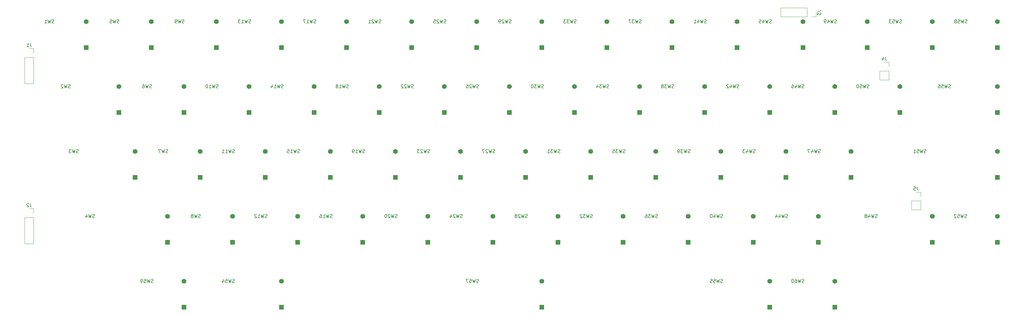
<source format=gbr>
G04 #@! TF.GenerationSoftware,KiCad,Pcbnew,(6.0.11)*
G04 #@! TF.CreationDate,2024-11-25T11:34:00+09:00*
G04 #@! TF.ProjectId,Flame60_PCB_Layer1,466c616d-6536-4305-9f50-43425f4c6179,rev?*
G04 #@! TF.SameCoordinates,Original*
G04 #@! TF.FileFunction,Legend,Bot*
G04 #@! TF.FilePolarity,Positive*
%FSLAX46Y46*%
G04 Gerber Fmt 4.6, Leading zero omitted, Abs format (unit mm)*
G04 Created by KiCad (PCBNEW (6.0.11)) date 2024-11-25 11:34:00*
%MOMM*%
%LPD*%
G01*
G04 APERTURE LIST*
%ADD10C,0.150000*%
%ADD11C,0.120000*%
%ADD12R,1.397000X1.397000*%
%ADD13C,1.397000*%
G04 APERTURE END LIST*
D10*
X345820773Y-126293511D02*
X345677916Y-126341130D01*
X345439821Y-126341130D01*
X345344583Y-126293511D01*
X345296964Y-126245892D01*
X345249345Y-126150654D01*
X345249345Y-126055416D01*
X345296964Y-125960178D01*
X345344583Y-125912559D01*
X345439821Y-125864940D01*
X345630297Y-125817321D01*
X345725535Y-125769702D01*
X345773154Y-125722083D01*
X345820773Y-125626845D01*
X345820773Y-125531607D01*
X345773154Y-125436369D01*
X345725535Y-125388750D01*
X345630297Y-125341130D01*
X345392202Y-125341130D01*
X345249345Y-125388750D01*
X344916011Y-125341130D02*
X344677916Y-126341130D01*
X344487440Y-125626845D01*
X344296964Y-126341130D01*
X344058869Y-125341130D01*
X343201726Y-125341130D02*
X343677916Y-125341130D01*
X343725535Y-125817321D01*
X343677916Y-125769702D01*
X343582678Y-125722083D01*
X343344583Y-125722083D01*
X343249345Y-125769702D01*
X343201726Y-125817321D01*
X343154107Y-125912559D01*
X343154107Y-126150654D01*
X343201726Y-126245892D01*
X343249345Y-126293511D01*
X343344583Y-126341130D01*
X343582678Y-126341130D01*
X343677916Y-126293511D01*
X343725535Y-126245892D01*
X342773154Y-125436369D02*
X342725535Y-125388750D01*
X342630297Y-125341130D01*
X342392202Y-125341130D01*
X342296964Y-125388750D01*
X342249345Y-125436369D01*
X342201726Y-125531607D01*
X342201726Y-125626845D01*
X342249345Y-125769702D01*
X342820773Y-126341130D01*
X342201726Y-126341130D01*
X83407083Y-88193511D02*
X83264226Y-88241130D01*
X83026130Y-88241130D01*
X82930892Y-88193511D01*
X82883273Y-88145892D01*
X82835654Y-88050654D01*
X82835654Y-87955416D01*
X82883273Y-87860178D01*
X82930892Y-87812559D01*
X83026130Y-87764940D01*
X83216607Y-87717321D01*
X83311845Y-87669702D01*
X83359464Y-87622083D01*
X83407083Y-87526845D01*
X83407083Y-87431607D01*
X83359464Y-87336369D01*
X83311845Y-87288750D01*
X83216607Y-87241130D01*
X82978511Y-87241130D01*
X82835654Y-87288750D01*
X82502321Y-87241130D02*
X82264226Y-88241130D01*
X82073750Y-87526845D01*
X81883273Y-88241130D01*
X81645178Y-87241130D01*
X81311845Y-87336369D02*
X81264226Y-87288750D01*
X81168988Y-87241130D01*
X80930892Y-87241130D01*
X80835654Y-87288750D01*
X80788035Y-87336369D01*
X80740416Y-87431607D01*
X80740416Y-87526845D01*
X80788035Y-87669702D01*
X81359464Y-88241130D01*
X80740416Y-88241130D01*
X155320773Y-69143511D02*
X155177916Y-69191130D01*
X154939821Y-69191130D01*
X154844583Y-69143511D01*
X154796964Y-69095892D01*
X154749345Y-69000654D01*
X154749345Y-68905416D01*
X154796964Y-68810178D01*
X154844583Y-68762559D01*
X154939821Y-68714940D01*
X155130297Y-68667321D01*
X155225535Y-68619702D01*
X155273154Y-68572083D01*
X155320773Y-68476845D01*
X155320773Y-68381607D01*
X155273154Y-68286369D01*
X155225535Y-68238750D01*
X155130297Y-68191130D01*
X154892202Y-68191130D01*
X154749345Y-68238750D01*
X154416011Y-68191130D02*
X154177916Y-69191130D01*
X153987440Y-68476845D01*
X153796964Y-69191130D01*
X153558869Y-68191130D01*
X152654107Y-69191130D02*
X153225535Y-69191130D01*
X152939821Y-69191130D02*
X152939821Y-68191130D01*
X153035059Y-68333988D01*
X153130297Y-68429226D01*
X153225535Y-68476845D01*
X152320773Y-68191130D02*
X151654107Y-68191130D01*
X152082678Y-69191130D01*
X85788333Y-107243511D02*
X85645476Y-107291130D01*
X85407380Y-107291130D01*
X85312142Y-107243511D01*
X85264523Y-107195892D01*
X85216904Y-107100654D01*
X85216904Y-107005416D01*
X85264523Y-106910178D01*
X85312142Y-106862559D01*
X85407380Y-106814940D01*
X85597857Y-106767321D01*
X85693095Y-106719702D01*
X85740714Y-106672083D01*
X85788333Y-106576845D01*
X85788333Y-106481607D01*
X85740714Y-106386369D01*
X85693095Y-106338750D01*
X85597857Y-106291130D01*
X85359761Y-106291130D01*
X85216904Y-106338750D01*
X84883571Y-106291130D02*
X84645476Y-107291130D01*
X84455000Y-106576845D01*
X84264523Y-107291130D01*
X84026428Y-106291130D01*
X83740714Y-106291130D02*
X83121666Y-106291130D01*
X83455000Y-106672083D01*
X83312142Y-106672083D01*
X83216904Y-106719702D01*
X83169285Y-106767321D01*
X83121666Y-106862559D01*
X83121666Y-107100654D01*
X83169285Y-107195892D01*
X83216904Y-107243511D01*
X83312142Y-107291130D01*
X83597857Y-107291130D01*
X83693095Y-107243511D01*
X83740714Y-107195892D01*
X111982083Y-107243511D02*
X111839226Y-107291130D01*
X111601130Y-107291130D01*
X111505892Y-107243511D01*
X111458273Y-107195892D01*
X111410654Y-107100654D01*
X111410654Y-107005416D01*
X111458273Y-106910178D01*
X111505892Y-106862559D01*
X111601130Y-106814940D01*
X111791607Y-106767321D01*
X111886845Y-106719702D01*
X111934464Y-106672083D01*
X111982083Y-106576845D01*
X111982083Y-106481607D01*
X111934464Y-106386369D01*
X111886845Y-106338750D01*
X111791607Y-106291130D01*
X111553511Y-106291130D01*
X111410654Y-106338750D01*
X111077321Y-106291130D02*
X110839226Y-107291130D01*
X110648750Y-106576845D01*
X110458273Y-107291130D01*
X110220178Y-106291130D01*
X109934464Y-106291130D02*
X109267797Y-106291130D01*
X109696369Y-107291130D01*
X250570773Y-69143511D02*
X250427916Y-69191130D01*
X250189821Y-69191130D01*
X250094583Y-69143511D01*
X250046964Y-69095892D01*
X249999345Y-69000654D01*
X249999345Y-68905416D01*
X250046964Y-68810178D01*
X250094583Y-68762559D01*
X250189821Y-68714940D01*
X250380297Y-68667321D01*
X250475535Y-68619702D01*
X250523154Y-68572083D01*
X250570773Y-68476845D01*
X250570773Y-68381607D01*
X250523154Y-68286369D01*
X250475535Y-68238750D01*
X250380297Y-68191130D01*
X250142202Y-68191130D01*
X249999345Y-68238750D01*
X249666011Y-68191130D02*
X249427916Y-69191130D01*
X249237440Y-68476845D01*
X249046964Y-69191130D01*
X248808869Y-68191130D01*
X248523154Y-68191130D02*
X247904107Y-68191130D01*
X248237440Y-68572083D01*
X248094583Y-68572083D01*
X247999345Y-68619702D01*
X247951726Y-68667321D01*
X247904107Y-68762559D01*
X247904107Y-69000654D01*
X247951726Y-69095892D01*
X247999345Y-69143511D01*
X248094583Y-69191130D01*
X248380297Y-69191130D01*
X248475535Y-69143511D01*
X248523154Y-69095892D01*
X247570773Y-68191130D02*
X246904107Y-68191130D01*
X247332678Y-69191130D01*
X333914523Y-107243511D02*
X333771666Y-107291130D01*
X333533571Y-107291130D01*
X333438333Y-107243511D01*
X333390714Y-107195892D01*
X333343095Y-107100654D01*
X333343095Y-107005416D01*
X333390714Y-106910178D01*
X333438333Y-106862559D01*
X333533571Y-106814940D01*
X333724047Y-106767321D01*
X333819285Y-106719702D01*
X333866904Y-106672083D01*
X333914523Y-106576845D01*
X333914523Y-106481607D01*
X333866904Y-106386369D01*
X333819285Y-106338750D01*
X333724047Y-106291130D01*
X333485952Y-106291130D01*
X333343095Y-106338750D01*
X333009761Y-106291130D02*
X332771666Y-107291130D01*
X332581190Y-106576845D01*
X332390714Y-107291130D01*
X332152619Y-106291130D01*
X331295476Y-106291130D02*
X331771666Y-106291130D01*
X331819285Y-106767321D01*
X331771666Y-106719702D01*
X331676428Y-106672083D01*
X331438333Y-106672083D01*
X331343095Y-106719702D01*
X331295476Y-106767321D01*
X331247857Y-106862559D01*
X331247857Y-107100654D01*
X331295476Y-107195892D01*
X331343095Y-107243511D01*
X331438333Y-107291130D01*
X331676428Y-107291130D01*
X331771666Y-107243511D01*
X331819285Y-107195892D01*
X330295476Y-107291130D02*
X330866904Y-107291130D01*
X330581190Y-107291130D02*
X330581190Y-106291130D01*
X330676428Y-106433988D01*
X330771666Y-106529226D01*
X330866904Y-106576845D01*
X298195773Y-88193511D02*
X298052916Y-88241130D01*
X297814821Y-88241130D01*
X297719583Y-88193511D01*
X297671964Y-88145892D01*
X297624345Y-88050654D01*
X297624345Y-87955416D01*
X297671964Y-87860178D01*
X297719583Y-87812559D01*
X297814821Y-87764940D01*
X298005297Y-87717321D01*
X298100535Y-87669702D01*
X298148154Y-87622083D01*
X298195773Y-87526845D01*
X298195773Y-87431607D01*
X298148154Y-87336369D01*
X298100535Y-87288750D01*
X298005297Y-87241130D01*
X297767202Y-87241130D01*
X297624345Y-87288750D01*
X297291011Y-87241130D02*
X297052916Y-88241130D01*
X296862440Y-87526845D01*
X296671964Y-88241130D01*
X296433869Y-87241130D01*
X295624345Y-87574464D02*
X295624345Y-88241130D01*
X295862440Y-87193511D02*
X296100535Y-87907797D01*
X295481488Y-87907797D01*
X294671964Y-87241130D02*
X294862440Y-87241130D01*
X294957678Y-87288750D01*
X295005297Y-87336369D01*
X295100535Y-87479226D01*
X295148154Y-87669702D01*
X295148154Y-88050654D01*
X295100535Y-88145892D01*
X295052916Y-88193511D01*
X294957678Y-88241130D01*
X294767202Y-88241130D01*
X294671964Y-88193511D01*
X294624345Y-88145892D01*
X294576726Y-88050654D01*
X294576726Y-87812559D01*
X294624345Y-87717321D01*
X294671964Y-87669702D01*
X294767202Y-87622083D01*
X294957678Y-87622083D01*
X295052916Y-87669702D01*
X295100535Y-87717321D01*
X295148154Y-87812559D01*
X121507083Y-126293511D02*
X121364226Y-126341130D01*
X121126130Y-126341130D01*
X121030892Y-126293511D01*
X120983273Y-126245892D01*
X120935654Y-126150654D01*
X120935654Y-126055416D01*
X120983273Y-125960178D01*
X121030892Y-125912559D01*
X121126130Y-125864940D01*
X121316607Y-125817321D01*
X121411845Y-125769702D01*
X121459464Y-125722083D01*
X121507083Y-125626845D01*
X121507083Y-125531607D01*
X121459464Y-125436369D01*
X121411845Y-125388750D01*
X121316607Y-125341130D01*
X121078511Y-125341130D01*
X120935654Y-125388750D01*
X120602321Y-125341130D02*
X120364226Y-126341130D01*
X120173750Y-125626845D01*
X119983273Y-126341130D01*
X119745178Y-125341130D01*
X119221369Y-125769702D02*
X119316607Y-125722083D01*
X119364226Y-125674464D01*
X119411845Y-125579226D01*
X119411845Y-125531607D01*
X119364226Y-125436369D01*
X119316607Y-125388750D01*
X119221369Y-125341130D01*
X119030892Y-125341130D01*
X118935654Y-125388750D01*
X118888035Y-125436369D01*
X118840416Y-125531607D01*
X118840416Y-125579226D01*
X118888035Y-125674464D01*
X118935654Y-125722083D01*
X119030892Y-125769702D01*
X119221369Y-125769702D01*
X119316607Y-125817321D01*
X119364226Y-125864940D01*
X119411845Y-125960178D01*
X119411845Y-126150654D01*
X119364226Y-126245892D01*
X119316607Y-126293511D01*
X119221369Y-126341130D01*
X119030892Y-126341130D01*
X118935654Y-126293511D01*
X118888035Y-126245892D01*
X118840416Y-126150654D01*
X118840416Y-125960178D01*
X118888035Y-125864940D01*
X118935654Y-125817321D01*
X119030892Y-125769702D01*
X131508273Y-107243511D02*
X131365416Y-107291130D01*
X131127321Y-107291130D01*
X131032083Y-107243511D01*
X130984464Y-107195892D01*
X130936845Y-107100654D01*
X130936845Y-107005416D01*
X130984464Y-106910178D01*
X131032083Y-106862559D01*
X131127321Y-106814940D01*
X131317797Y-106767321D01*
X131413035Y-106719702D01*
X131460654Y-106672083D01*
X131508273Y-106576845D01*
X131508273Y-106481607D01*
X131460654Y-106386369D01*
X131413035Y-106338750D01*
X131317797Y-106291130D01*
X131079702Y-106291130D01*
X130936845Y-106338750D01*
X130603511Y-106291130D02*
X130365416Y-107291130D01*
X130174940Y-106576845D01*
X129984464Y-107291130D01*
X129746369Y-106291130D01*
X128841607Y-107291130D02*
X129413035Y-107291130D01*
X129127321Y-107291130D02*
X129127321Y-106291130D01*
X129222559Y-106433988D01*
X129317797Y-106529226D01*
X129413035Y-106576845D01*
X127889226Y-107291130D02*
X128460654Y-107291130D01*
X128174940Y-107291130D02*
X128174940Y-106291130D01*
X128270178Y-106433988D01*
X128365416Y-106529226D01*
X128460654Y-106576845D01*
X274383273Y-126293511D02*
X274240416Y-126341130D01*
X274002321Y-126341130D01*
X273907083Y-126293511D01*
X273859464Y-126245892D01*
X273811845Y-126150654D01*
X273811845Y-126055416D01*
X273859464Y-125960178D01*
X273907083Y-125912559D01*
X274002321Y-125864940D01*
X274192797Y-125817321D01*
X274288035Y-125769702D01*
X274335654Y-125722083D01*
X274383273Y-125626845D01*
X274383273Y-125531607D01*
X274335654Y-125436369D01*
X274288035Y-125388750D01*
X274192797Y-125341130D01*
X273954702Y-125341130D01*
X273811845Y-125388750D01*
X273478511Y-125341130D02*
X273240416Y-126341130D01*
X273049940Y-125626845D01*
X272859464Y-126341130D01*
X272621369Y-125341130D01*
X271811845Y-125674464D02*
X271811845Y-126341130D01*
X272049940Y-125293511D02*
X272288035Y-126007797D01*
X271668988Y-126007797D01*
X271097559Y-125341130D02*
X271002321Y-125341130D01*
X270907083Y-125388750D01*
X270859464Y-125436369D01*
X270811845Y-125531607D01*
X270764226Y-125722083D01*
X270764226Y-125960178D01*
X270811845Y-126150654D01*
X270859464Y-126245892D01*
X270907083Y-126293511D01*
X271002321Y-126341130D01*
X271097559Y-126341130D01*
X271192797Y-126293511D01*
X271240416Y-126245892D01*
X271288035Y-126150654D01*
X271335654Y-125960178D01*
X271335654Y-125722083D01*
X271288035Y-125531607D01*
X271240416Y-125436369D01*
X271192797Y-125388750D01*
X271097559Y-125341130D01*
X141033273Y-126293511D02*
X140890416Y-126341130D01*
X140652321Y-126341130D01*
X140557083Y-126293511D01*
X140509464Y-126245892D01*
X140461845Y-126150654D01*
X140461845Y-126055416D01*
X140509464Y-125960178D01*
X140557083Y-125912559D01*
X140652321Y-125864940D01*
X140842797Y-125817321D01*
X140938035Y-125769702D01*
X140985654Y-125722083D01*
X141033273Y-125626845D01*
X141033273Y-125531607D01*
X140985654Y-125436369D01*
X140938035Y-125388750D01*
X140842797Y-125341130D01*
X140604702Y-125341130D01*
X140461845Y-125388750D01*
X140128511Y-125341130D02*
X139890416Y-126341130D01*
X139699940Y-125626845D01*
X139509464Y-126341130D01*
X139271369Y-125341130D01*
X138366607Y-126341130D02*
X138938035Y-126341130D01*
X138652321Y-126341130D02*
X138652321Y-125341130D01*
X138747559Y-125483988D01*
X138842797Y-125579226D01*
X138938035Y-125626845D01*
X137985654Y-125436369D02*
X137938035Y-125388750D01*
X137842797Y-125341130D01*
X137604702Y-125341130D01*
X137509464Y-125388750D01*
X137461845Y-125436369D01*
X137414226Y-125531607D01*
X137414226Y-125626845D01*
X137461845Y-125769702D01*
X138033273Y-126341130D01*
X137414226Y-126341130D01*
X236283273Y-126293511D02*
X236140416Y-126341130D01*
X235902321Y-126341130D01*
X235807083Y-126293511D01*
X235759464Y-126245892D01*
X235711845Y-126150654D01*
X235711845Y-126055416D01*
X235759464Y-125960178D01*
X235807083Y-125912559D01*
X235902321Y-125864940D01*
X236092797Y-125817321D01*
X236188035Y-125769702D01*
X236235654Y-125722083D01*
X236283273Y-125626845D01*
X236283273Y-125531607D01*
X236235654Y-125436369D01*
X236188035Y-125388750D01*
X236092797Y-125341130D01*
X235854702Y-125341130D01*
X235711845Y-125388750D01*
X235378511Y-125341130D02*
X235140416Y-126341130D01*
X234949940Y-125626845D01*
X234759464Y-126341130D01*
X234521369Y-125341130D01*
X234235654Y-125341130D02*
X233616607Y-125341130D01*
X233949940Y-125722083D01*
X233807083Y-125722083D01*
X233711845Y-125769702D01*
X233664226Y-125817321D01*
X233616607Y-125912559D01*
X233616607Y-126150654D01*
X233664226Y-126245892D01*
X233711845Y-126293511D01*
X233807083Y-126341130D01*
X234092797Y-126341130D01*
X234188035Y-126293511D01*
X234235654Y-126245892D01*
X233235654Y-125436369D02*
X233188035Y-125388750D01*
X233092797Y-125341130D01*
X232854702Y-125341130D01*
X232759464Y-125388750D01*
X232711845Y-125436369D01*
X232664226Y-125531607D01*
X232664226Y-125626845D01*
X232711845Y-125769702D01*
X233283273Y-126341130D01*
X232664226Y-126341130D01*
X97694583Y-69143511D02*
X97551726Y-69191130D01*
X97313630Y-69191130D01*
X97218392Y-69143511D01*
X97170773Y-69095892D01*
X97123154Y-69000654D01*
X97123154Y-68905416D01*
X97170773Y-68810178D01*
X97218392Y-68762559D01*
X97313630Y-68714940D01*
X97504107Y-68667321D01*
X97599345Y-68619702D01*
X97646964Y-68572083D01*
X97694583Y-68476845D01*
X97694583Y-68381607D01*
X97646964Y-68286369D01*
X97599345Y-68238750D01*
X97504107Y-68191130D01*
X97266011Y-68191130D01*
X97123154Y-68238750D01*
X96789821Y-68191130D02*
X96551726Y-69191130D01*
X96361250Y-68476845D01*
X96170773Y-69191130D01*
X95932678Y-68191130D01*
X95075535Y-68191130D02*
X95551726Y-68191130D01*
X95599345Y-68667321D01*
X95551726Y-68619702D01*
X95456488Y-68572083D01*
X95218392Y-68572083D01*
X95123154Y-68619702D01*
X95075535Y-68667321D01*
X95027916Y-68762559D01*
X95027916Y-69000654D01*
X95075535Y-69095892D01*
X95123154Y-69143511D01*
X95218392Y-69191130D01*
X95456488Y-69191130D01*
X95551726Y-69143511D01*
X95599345Y-69095892D01*
X283908273Y-107243511D02*
X283765416Y-107291130D01*
X283527321Y-107291130D01*
X283432083Y-107243511D01*
X283384464Y-107195892D01*
X283336845Y-107100654D01*
X283336845Y-107005416D01*
X283384464Y-106910178D01*
X283432083Y-106862559D01*
X283527321Y-106814940D01*
X283717797Y-106767321D01*
X283813035Y-106719702D01*
X283860654Y-106672083D01*
X283908273Y-106576845D01*
X283908273Y-106481607D01*
X283860654Y-106386369D01*
X283813035Y-106338750D01*
X283717797Y-106291130D01*
X283479702Y-106291130D01*
X283336845Y-106338750D01*
X283003511Y-106291130D02*
X282765416Y-107291130D01*
X282574940Y-106576845D01*
X282384464Y-107291130D01*
X282146369Y-106291130D01*
X281336845Y-106624464D02*
X281336845Y-107291130D01*
X281574940Y-106243511D02*
X281813035Y-106957797D01*
X281193988Y-106957797D01*
X280908273Y-106291130D02*
X280289226Y-106291130D01*
X280622559Y-106672083D01*
X280479702Y-106672083D01*
X280384464Y-106719702D01*
X280336845Y-106767321D01*
X280289226Y-106862559D01*
X280289226Y-107100654D01*
X280336845Y-107195892D01*
X280384464Y-107243511D01*
X280479702Y-107291130D01*
X280765416Y-107291130D01*
X280860654Y-107243511D01*
X280908273Y-107195892D01*
X78644583Y-69143511D02*
X78501726Y-69191130D01*
X78263630Y-69191130D01*
X78168392Y-69143511D01*
X78120773Y-69095892D01*
X78073154Y-69000654D01*
X78073154Y-68905416D01*
X78120773Y-68810178D01*
X78168392Y-68762559D01*
X78263630Y-68714940D01*
X78454107Y-68667321D01*
X78549345Y-68619702D01*
X78596964Y-68572083D01*
X78644583Y-68476845D01*
X78644583Y-68381607D01*
X78596964Y-68286369D01*
X78549345Y-68238750D01*
X78454107Y-68191130D01*
X78216011Y-68191130D01*
X78073154Y-68238750D01*
X77739821Y-68191130D02*
X77501726Y-69191130D01*
X77311250Y-68476845D01*
X77120773Y-69191130D01*
X76882678Y-68191130D01*
X75977916Y-69191130D02*
X76549345Y-69191130D01*
X76263630Y-69191130D02*
X76263630Y-68191130D01*
X76358869Y-68333988D01*
X76454107Y-68429226D01*
X76549345Y-68476845D01*
X164845773Y-88193511D02*
X164702916Y-88241130D01*
X164464821Y-88241130D01*
X164369583Y-88193511D01*
X164321964Y-88145892D01*
X164274345Y-88050654D01*
X164274345Y-87955416D01*
X164321964Y-87860178D01*
X164369583Y-87812559D01*
X164464821Y-87764940D01*
X164655297Y-87717321D01*
X164750535Y-87669702D01*
X164798154Y-87622083D01*
X164845773Y-87526845D01*
X164845773Y-87431607D01*
X164798154Y-87336369D01*
X164750535Y-87288750D01*
X164655297Y-87241130D01*
X164417202Y-87241130D01*
X164274345Y-87288750D01*
X163941011Y-87241130D02*
X163702916Y-88241130D01*
X163512440Y-87526845D01*
X163321964Y-88241130D01*
X163083869Y-87241130D01*
X162179107Y-88241130D02*
X162750535Y-88241130D01*
X162464821Y-88241130D02*
X162464821Y-87241130D01*
X162560059Y-87383988D01*
X162655297Y-87479226D01*
X162750535Y-87526845D01*
X161607678Y-87669702D02*
X161702916Y-87622083D01*
X161750535Y-87574464D01*
X161798154Y-87479226D01*
X161798154Y-87431607D01*
X161750535Y-87336369D01*
X161702916Y-87288750D01*
X161607678Y-87241130D01*
X161417202Y-87241130D01*
X161321964Y-87288750D01*
X161274345Y-87336369D01*
X161226726Y-87431607D01*
X161226726Y-87479226D01*
X161274345Y-87574464D01*
X161321964Y-87622083D01*
X161417202Y-87669702D01*
X161607678Y-87669702D01*
X161702916Y-87717321D01*
X161750535Y-87764940D01*
X161798154Y-87860178D01*
X161798154Y-88050654D01*
X161750535Y-88145892D01*
X161702916Y-88193511D01*
X161607678Y-88241130D01*
X161417202Y-88241130D01*
X161321964Y-88193511D01*
X161274345Y-88145892D01*
X161226726Y-88050654D01*
X161226726Y-87860178D01*
X161274345Y-87764940D01*
X161321964Y-87717321D01*
X161417202Y-87669702D01*
X212470773Y-69143511D02*
X212327916Y-69191130D01*
X212089821Y-69191130D01*
X211994583Y-69143511D01*
X211946964Y-69095892D01*
X211899345Y-69000654D01*
X211899345Y-68905416D01*
X211946964Y-68810178D01*
X211994583Y-68762559D01*
X212089821Y-68714940D01*
X212280297Y-68667321D01*
X212375535Y-68619702D01*
X212423154Y-68572083D01*
X212470773Y-68476845D01*
X212470773Y-68381607D01*
X212423154Y-68286369D01*
X212375535Y-68238750D01*
X212280297Y-68191130D01*
X212042202Y-68191130D01*
X211899345Y-68238750D01*
X211566011Y-68191130D02*
X211327916Y-69191130D01*
X211137440Y-68476845D01*
X210946964Y-69191130D01*
X210708869Y-68191130D01*
X210375535Y-68286369D02*
X210327916Y-68238750D01*
X210232678Y-68191130D01*
X209994583Y-68191130D01*
X209899345Y-68238750D01*
X209851726Y-68286369D01*
X209804107Y-68381607D01*
X209804107Y-68476845D01*
X209851726Y-68619702D01*
X210423154Y-69191130D01*
X209804107Y-69191130D01*
X209327916Y-69191130D02*
X209137440Y-69191130D01*
X209042202Y-69143511D01*
X208994583Y-69095892D01*
X208899345Y-68953035D01*
X208851726Y-68762559D01*
X208851726Y-68381607D01*
X208899345Y-68286369D01*
X208946964Y-68238750D01*
X209042202Y-68191130D01*
X209232678Y-68191130D01*
X209327916Y-68238750D01*
X209375535Y-68286369D01*
X209423154Y-68381607D01*
X209423154Y-68619702D01*
X209375535Y-68714940D01*
X209327916Y-68762559D01*
X209232678Y-68810178D01*
X209042202Y-68810178D01*
X208946964Y-68762559D01*
X208899345Y-68714940D01*
X208851726Y-68619702D01*
X221995773Y-88193511D02*
X221852916Y-88241130D01*
X221614821Y-88241130D01*
X221519583Y-88193511D01*
X221471964Y-88145892D01*
X221424345Y-88050654D01*
X221424345Y-87955416D01*
X221471964Y-87860178D01*
X221519583Y-87812559D01*
X221614821Y-87764940D01*
X221805297Y-87717321D01*
X221900535Y-87669702D01*
X221948154Y-87622083D01*
X221995773Y-87526845D01*
X221995773Y-87431607D01*
X221948154Y-87336369D01*
X221900535Y-87288750D01*
X221805297Y-87241130D01*
X221567202Y-87241130D01*
X221424345Y-87288750D01*
X221091011Y-87241130D02*
X220852916Y-88241130D01*
X220662440Y-87526845D01*
X220471964Y-88241130D01*
X220233869Y-87241130D01*
X219948154Y-87241130D02*
X219329107Y-87241130D01*
X219662440Y-87622083D01*
X219519583Y-87622083D01*
X219424345Y-87669702D01*
X219376726Y-87717321D01*
X219329107Y-87812559D01*
X219329107Y-88050654D01*
X219376726Y-88145892D01*
X219424345Y-88193511D01*
X219519583Y-88241130D01*
X219805297Y-88241130D01*
X219900535Y-88193511D01*
X219948154Y-88145892D01*
X218710059Y-87241130D02*
X218614821Y-87241130D01*
X218519583Y-87288750D01*
X218471964Y-87336369D01*
X218424345Y-87431607D01*
X218376726Y-87622083D01*
X218376726Y-87860178D01*
X218424345Y-88050654D01*
X218471964Y-88145892D01*
X218519583Y-88193511D01*
X218614821Y-88241130D01*
X218710059Y-88241130D01*
X218805297Y-88193511D01*
X218852916Y-88145892D01*
X218900535Y-88050654D01*
X218948154Y-87860178D01*
X218948154Y-87622083D01*
X218900535Y-87431607D01*
X218852916Y-87336369D01*
X218805297Y-87288750D01*
X218710059Y-87241130D01*
X131508273Y-145343511D02*
X131365416Y-145391130D01*
X131127321Y-145391130D01*
X131032083Y-145343511D01*
X130984464Y-145295892D01*
X130936845Y-145200654D01*
X130936845Y-145105416D01*
X130984464Y-145010178D01*
X131032083Y-144962559D01*
X131127321Y-144914940D01*
X131317797Y-144867321D01*
X131413035Y-144819702D01*
X131460654Y-144772083D01*
X131508273Y-144676845D01*
X131508273Y-144581607D01*
X131460654Y-144486369D01*
X131413035Y-144438750D01*
X131317797Y-144391130D01*
X131079702Y-144391130D01*
X130936845Y-144438750D01*
X130603511Y-144391130D02*
X130365416Y-145391130D01*
X130174940Y-144676845D01*
X129984464Y-145391130D01*
X129746369Y-144391130D01*
X128889226Y-144391130D02*
X129365416Y-144391130D01*
X129413035Y-144867321D01*
X129365416Y-144819702D01*
X129270178Y-144772083D01*
X129032083Y-144772083D01*
X128936845Y-144819702D01*
X128889226Y-144867321D01*
X128841607Y-144962559D01*
X128841607Y-145200654D01*
X128889226Y-145295892D01*
X128936845Y-145343511D01*
X129032083Y-145391130D01*
X129270178Y-145391130D01*
X129365416Y-145343511D01*
X129413035Y-145295892D01*
X127984464Y-144724464D02*
X127984464Y-145391130D01*
X128222559Y-144343511D02*
X128460654Y-145057797D01*
X127841607Y-145057797D01*
X90550833Y-126293511D02*
X90407976Y-126341130D01*
X90169880Y-126341130D01*
X90074642Y-126293511D01*
X90027023Y-126245892D01*
X89979404Y-126150654D01*
X89979404Y-126055416D01*
X90027023Y-125960178D01*
X90074642Y-125912559D01*
X90169880Y-125864940D01*
X90360357Y-125817321D01*
X90455595Y-125769702D01*
X90503214Y-125722083D01*
X90550833Y-125626845D01*
X90550833Y-125531607D01*
X90503214Y-125436369D01*
X90455595Y-125388750D01*
X90360357Y-125341130D01*
X90122261Y-125341130D01*
X89979404Y-125388750D01*
X89646071Y-125341130D02*
X89407976Y-126341130D01*
X89217500Y-125626845D01*
X89027023Y-126341130D01*
X88788928Y-125341130D01*
X87979404Y-125674464D02*
X87979404Y-126341130D01*
X88217500Y-125293511D02*
X88455595Y-126007797D01*
X87836547Y-126007797D01*
X288670773Y-69143511D02*
X288527916Y-69191130D01*
X288289821Y-69191130D01*
X288194583Y-69143511D01*
X288146964Y-69095892D01*
X288099345Y-69000654D01*
X288099345Y-68905416D01*
X288146964Y-68810178D01*
X288194583Y-68762559D01*
X288289821Y-68714940D01*
X288480297Y-68667321D01*
X288575535Y-68619702D01*
X288623154Y-68572083D01*
X288670773Y-68476845D01*
X288670773Y-68381607D01*
X288623154Y-68286369D01*
X288575535Y-68238750D01*
X288480297Y-68191130D01*
X288242202Y-68191130D01*
X288099345Y-68238750D01*
X287766011Y-68191130D02*
X287527916Y-69191130D01*
X287337440Y-68476845D01*
X287146964Y-69191130D01*
X286908869Y-68191130D01*
X286099345Y-68524464D02*
X286099345Y-69191130D01*
X286337440Y-68143511D02*
X286575535Y-68857797D01*
X285956488Y-68857797D01*
X285099345Y-68191130D02*
X285575535Y-68191130D01*
X285623154Y-68667321D01*
X285575535Y-68619702D01*
X285480297Y-68572083D01*
X285242202Y-68572083D01*
X285146964Y-68619702D01*
X285099345Y-68667321D01*
X285051726Y-68762559D01*
X285051726Y-69000654D01*
X285099345Y-69095892D01*
X285146964Y-69143511D01*
X285242202Y-69191130D01*
X285480297Y-69191130D01*
X285575535Y-69143511D01*
X285623154Y-69095892D01*
X202945773Y-145343511D02*
X202802916Y-145391130D01*
X202564821Y-145391130D01*
X202469583Y-145343511D01*
X202421964Y-145295892D01*
X202374345Y-145200654D01*
X202374345Y-145105416D01*
X202421964Y-145010178D01*
X202469583Y-144962559D01*
X202564821Y-144914940D01*
X202755297Y-144867321D01*
X202850535Y-144819702D01*
X202898154Y-144772083D01*
X202945773Y-144676845D01*
X202945773Y-144581607D01*
X202898154Y-144486369D01*
X202850535Y-144438750D01*
X202755297Y-144391130D01*
X202517202Y-144391130D01*
X202374345Y-144438750D01*
X202041011Y-144391130D02*
X201802916Y-145391130D01*
X201612440Y-144676845D01*
X201421964Y-145391130D01*
X201183869Y-144391130D01*
X200326726Y-144391130D02*
X200802916Y-144391130D01*
X200850535Y-144867321D01*
X200802916Y-144819702D01*
X200707678Y-144772083D01*
X200469583Y-144772083D01*
X200374345Y-144819702D01*
X200326726Y-144867321D01*
X200279107Y-144962559D01*
X200279107Y-145200654D01*
X200326726Y-145295892D01*
X200374345Y-145343511D01*
X200469583Y-145391130D01*
X200707678Y-145391130D01*
X200802916Y-145343511D01*
X200850535Y-145295892D01*
X199945773Y-144391130D02*
X199279107Y-144391130D01*
X199707678Y-145391130D01*
X188658273Y-107243511D02*
X188515416Y-107291130D01*
X188277321Y-107291130D01*
X188182083Y-107243511D01*
X188134464Y-107195892D01*
X188086845Y-107100654D01*
X188086845Y-107005416D01*
X188134464Y-106910178D01*
X188182083Y-106862559D01*
X188277321Y-106814940D01*
X188467797Y-106767321D01*
X188563035Y-106719702D01*
X188610654Y-106672083D01*
X188658273Y-106576845D01*
X188658273Y-106481607D01*
X188610654Y-106386369D01*
X188563035Y-106338750D01*
X188467797Y-106291130D01*
X188229702Y-106291130D01*
X188086845Y-106338750D01*
X187753511Y-106291130D02*
X187515416Y-107291130D01*
X187324940Y-106576845D01*
X187134464Y-107291130D01*
X186896369Y-106291130D01*
X186563035Y-106386369D02*
X186515416Y-106338750D01*
X186420178Y-106291130D01*
X186182083Y-106291130D01*
X186086845Y-106338750D01*
X186039226Y-106386369D01*
X185991607Y-106481607D01*
X185991607Y-106576845D01*
X186039226Y-106719702D01*
X186610654Y-107291130D01*
X185991607Y-107291130D01*
X185658273Y-106291130D02*
X185039226Y-106291130D01*
X185372559Y-106672083D01*
X185229702Y-106672083D01*
X185134464Y-106719702D01*
X185086845Y-106767321D01*
X185039226Y-106862559D01*
X185039226Y-107100654D01*
X185086845Y-107195892D01*
X185134464Y-107243511D01*
X185229702Y-107291130D01*
X185515416Y-107291130D01*
X185610654Y-107243511D01*
X185658273Y-107195892D01*
X326770773Y-69143511D02*
X326627916Y-69191130D01*
X326389821Y-69191130D01*
X326294583Y-69143511D01*
X326246964Y-69095892D01*
X326199345Y-69000654D01*
X326199345Y-68905416D01*
X326246964Y-68810178D01*
X326294583Y-68762559D01*
X326389821Y-68714940D01*
X326580297Y-68667321D01*
X326675535Y-68619702D01*
X326723154Y-68572083D01*
X326770773Y-68476845D01*
X326770773Y-68381607D01*
X326723154Y-68286369D01*
X326675535Y-68238750D01*
X326580297Y-68191130D01*
X326342202Y-68191130D01*
X326199345Y-68238750D01*
X325866011Y-68191130D02*
X325627916Y-69191130D01*
X325437440Y-68476845D01*
X325246964Y-69191130D01*
X325008869Y-68191130D01*
X324151726Y-68191130D02*
X324627916Y-68191130D01*
X324675535Y-68667321D01*
X324627916Y-68619702D01*
X324532678Y-68572083D01*
X324294583Y-68572083D01*
X324199345Y-68619702D01*
X324151726Y-68667321D01*
X324104107Y-68762559D01*
X324104107Y-69000654D01*
X324151726Y-69095892D01*
X324199345Y-69143511D01*
X324294583Y-69191130D01*
X324532678Y-69191130D01*
X324627916Y-69143511D01*
X324675535Y-69095892D01*
X323770773Y-68191130D02*
X323151726Y-68191130D01*
X323485059Y-68572083D01*
X323342202Y-68572083D01*
X323246964Y-68619702D01*
X323199345Y-68667321D01*
X323151726Y-68762559D01*
X323151726Y-69000654D01*
X323199345Y-69095892D01*
X323246964Y-69143511D01*
X323342202Y-69191130D01*
X323627916Y-69191130D01*
X323723154Y-69143511D01*
X323770773Y-69095892D01*
X126745773Y-88193511D02*
X126602916Y-88241130D01*
X126364821Y-88241130D01*
X126269583Y-88193511D01*
X126221964Y-88145892D01*
X126174345Y-88050654D01*
X126174345Y-87955416D01*
X126221964Y-87860178D01*
X126269583Y-87812559D01*
X126364821Y-87764940D01*
X126555297Y-87717321D01*
X126650535Y-87669702D01*
X126698154Y-87622083D01*
X126745773Y-87526845D01*
X126745773Y-87431607D01*
X126698154Y-87336369D01*
X126650535Y-87288750D01*
X126555297Y-87241130D01*
X126317202Y-87241130D01*
X126174345Y-87288750D01*
X125841011Y-87241130D02*
X125602916Y-88241130D01*
X125412440Y-87526845D01*
X125221964Y-88241130D01*
X124983869Y-87241130D01*
X124079107Y-88241130D02*
X124650535Y-88241130D01*
X124364821Y-88241130D02*
X124364821Y-87241130D01*
X124460059Y-87383988D01*
X124555297Y-87479226D01*
X124650535Y-87526845D01*
X123460059Y-87241130D02*
X123364821Y-87241130D01*
X123269583Y-87288750D01*
X123221964Y-87336369D01*
X123174345Y-87431607D01*
X123126726Y-87622083D01*
X123126726Y-87860178D01*
X123174345Y-88050654D01*
X123221964Y-88145892D01*
X123269583Y-88193511D01*
X123364821Y-88241130D01*
X123460059Y-88241130D01*
X123555297Y-88193511D01*
X123602916Y-88145892D01*
X123650535Y-88050654D01*
X123698154Y-87860178D01*
X123698154Y-87622083D01*
X123650535Y-87431607D01*
X123602916Y-87336369D01*
X123555297Y-87288750D01*
X123460059Y-87241130D01*
X183895773Y-88193511D02*
X183752916Y-88241130D01*
X183514821Y-88241130D01*
X183419583Y-88193511D01*
X183371964Y-88145892D01*
X183324345Y-88050654D01*
X183324345Y-87955416D01*
X183371964Y-87860178D01*
X183419583Y-87812559D01*
X183514821Y-87764940D01*
X183705297Y-87717321D01*
X183800535Y-87669702D01*
X183848154Y-87622083D01*
X183895773Y-87526845D01*
X183895773Y-87431607D01*
X183848154Y-87336369D01*
X183800535Y-87288750D01*
X183705297Y-87241130D01*
X183467202Y-87241130D01*
X183324345Y-87288750D01*
X182991011Y-87241130D02*
X182752916Y-88241130D01*
X182562440Y-87526845D01*
X182371964Y-88241130D01*
X182133869Y-87241130D01*
X181800535Y-87336369D02*
X181752916Y-87288750D01*
X181657678Y-87241130D01*
X181419583Y-87241130D01*
X181324345Y-87288750D01*
X181276726Y-87336369D01*
X181229107Y-87431607D01*
X181229107Y-87526845D01*
X181276726Y-87669702D01*
X181848154Y-88241130D01*
X181229107Y-88241130D01*
X180848154Y-87336369D02*
X180800535Y-87288750D01*
X180705297Y-87241130D01*
X180467202Y-87241130D01*
X180371964Y-87288750D01*
X180324345Y-87336369D01*
X180276726Y-87431607D01*
X180276726Y-87526845D01*
X180324345Y-87669702D01*
X180895773Y-88241130D01*
X180276726Y-88241130D01*
X169608273Y-107243511D02*
X169465416Y-107291130D01*
X169227321Y-107291130D01*
X169132083Y-107243511D01*
X169084464Y-107195892D01*
X169036845Y-107100654D01*
X169036845Y-107005416D01*
X169084464Y-106910178D01*
X169132083Y-106862559D01*
X169227321Y-106814940D01*
X169417797Y-106767321D01*
X169513035Y-106719702D01*
X169560654Y-106672083D01*
X169608273Y-106576845D01*
X169608273Y-106481607D01*
X169560654Y-106386369D01*
X169513035Y-106338750D01*
X169417797Y-106291130D01*
X169179702Y-106291130D01*
X169036845Y-106338750D01*
X168703511Y-106291130D02*
X168465416Y-107291130D01*
X168274940Y-106576845D01*
X168084464Y-107291130D01*
X167846369Y-106291130D01*
X166941607Y-107291130D02*
X167513035Y-107291130D01*
X167227321Y-107291130D02*
X167227321Y-106291130D01*
X167322559Y-106433988D01*
X167417797Y-106529226D01*
X167513035Y-106576845D01*
X166465416Y-107291130D02*
X166274940Y-107291130D01*
X166179702Y-107243511D01*
X166132083Y-107195892D01*
X166036845Y-107053035D01*
X165989226Y-106862559D01*
X165989226Y-106481607D01*
X166036845Y-106386369D01*
X166084464Y-106338750D01*
X166179702Y-106291130D01*
X166370178Y-106291130D01*
X166465416Y-106338750D01*
X166513035Y-106386369D01*
X166560654Y-106481607D01*
X166560654Y-106719702D01*
X166513035Y-106814940D01*
X166465416Y-106862559D01*
X166370178Y-106910178D01*
X166179702Y-106910178D01*
X166084464Y-106862559D01*
X166036845Y-106814940D01*
X165989226Y-106719702D01*
X269620773Y-69143511D02*
X269477916Y-69191130D01*
X269239821Y-69191130D01*
X269144583Y-69143511D01*
X269096964Y-69095892D01*
X269049345Y-69000654D01*
X269049345Y-68905416D01*
X269096964Y-68810178D01*
X269144583Y-68762559D01*
X269239821Y-68714940D01*
X269430297Y-68667321D01*
X269525535Y-68619702D01*
X269573154Y-68572083D01*
X269620773Y-68476845D01*
X269620773Y-68381607D01*
X269573154Y-68286369D01*
X269525535Y-68238750D01*
X269430297Y-68191130D01*
X269192202Y-68191130D01*
X269049345Y-68238750D01*
X268716011Y-68191130D02*
X268477916Y-69191130D01*
X268287440Y-68476845D01*
X268096964Y-69191130D01*
X267858869Y-68191130D01*
X267049345Y-68524464D02*
X267049345Y-69191130D01*
X267287440Y-68143511D02*
X267525535Y-68857797D01*
X266906488Y-68857797D01*
X266001726Y-69191130D02*
X266573154Y-69191130D01*
X266287440Y-69191130D02*
X266287440Y-68191130D01*
X266382678Y-68333988D01*
X266477916Y-68429226D01*
X266573154Y-68476845D01*
X136270773Y-69143511D02*
X136127916Y-69191130D01*
X135889821Y-69191130D01*
X135794583Y-69143511D01*
X135746964Y-69095892D01*
X135699345Y-69000654D01*
X135699345Y-68905416D01*
X135746964Y-68810178D01*
X135794583Y-68762559D01*
X135889821Y-68714940D01*
X136080297Y-68667321D01*
X136175535Y-68619702D01*
X136223154Y-68572083D01*
X136270773Y-68476845D01*
X136270773Y-68381607D01*
X136223154Y-68286369D01*
X136175535Y-68238750D01*
X136080297Y-68191130D01*
X135842202Y-68191130D01*
X135699345Y-68238750D01*
X135366011Y-68191130D02*
X135127916Y-69191130D01*
X134937440Y-68476845D01*
X134746964Y-69191130D01*
X134508869Y-68191130D01*
X133604107Y-69191130D02*
X134175535Y-69191130D01*
X133889821Y-69191130D02*
X133889821Y-68191130D01*
X133985059Y-68333988D01*
X134080297Y-68429226D01*
X134175535Y-68476845D01*
X133270773Y-68191130D02*
X132651726Y-68191130D01*
X132985059Y-68572083D01*
X132842202Y-68572083D01*
X132746964Y-68619702D01*
X132699345Y-68667321D01*
X132651726Y-68762559D01*
X132651726Y-69000654D01*
X132699345Y-69095892D01*
X132746964Y-69143511D01*
X132842202Y-69191130D01*
X133127916Y-69191130D01*
X133223154Y-69143511D01*
X133270773Y-69095892D01*
X226758273Y-107243511D02*
X226615416Y-107291130D01*
X226377321Y-107291130D01*
X226282083Y-107243511D01*
X226234464Y-107195892D01*
X226186845Y-107100654D01*
X226186845Y-107005416D01*
X226234464Y-106910178D01*
X226282083Y-106862559D01*
X226377321Y-106814940D01*
X226567797Y-106767321D01*
X226663035Y-106719702D01*
X226710654Y-106672083D01*
X226758273Y-106576845D01*
X226758273Y-106481607D01*
X226710654Y-106386369D01*
X226663035Y-106338750D01*
X226567797Y-106291130D01*
X226329702Y-106291130D01*
X226186845Y-106338750D01*
X225853511Y-106291130D02*
X225615416Y-107291130D01*
X225424940Y-106576845D01*
X225234464Y-107291130D01*
X224996369Y-106291130D01*
X224710654Y-106291130D02*
X224091607Y-106291130D01*
X224424940Y-106672083D01*
X224282083Y-106672083D01*
X224186845Y-106719702D01*
X224139226Y-106767321D01*
X224091607Y-106862559D01*
X224091607Y-107100654D01*
X224139226Y-107195892D01*
X224186845Y-107243511D01*
X224282083Y-107291130D01*
X224567797Y-107291130D01*
X224663035Y-107243511D01*
X224710654Y-107195892D01*
X223139226Y-107291130D02*
X223710654Y-107291130D01*
X223424940Y-107291130D02*
X223424940Y-106291130D01*
X223520178Y-106433988D01*
X223615416Y-106529226D01*
X223710654Y-106576845D01*
X150558273Y-107243511D02*
X150415416Y-107291130D01*
X150177321Y-107291130D01*
X150082083Y-107243511D01*
X150034464Y-107195892D01*
X149986845Y-107100654D01*
X149986845Y-107005416D01*
X150034464Y-106910178D01*
X150082083Y-106862559D01*
X150177321Y-106814940D01*
X150367797Y-106767321D01*
X150463035Y-106719702D01*
X150510654Y-106672083D01*
X150558273Y-106576845D01*
X150558273Y-106481607D01*
X150510654Y-106386369D01*
X150463035Y-106338750D01*
X150367797Y-106291130D01*
X150129702Y-106291130D01*
X149986845Y-106338750D01*
X149653511Y-106291130D02*
X149415416Y-107291130D01*
X149224940Y-106576845D01*
X149034464Y-107291130D01*
X148796369Y-106291130D01*
X147891607Y-107291130D02*
X148463035Y-107291130D01*
X148177321Y-107291130D02*
X148177321Y-106291130D01*
X148272559Y-106433988D01*
X148367797Y-106529226D01*
X148463035Y-106576845D01*
X146986845Y-106291130D02*
X147463035Y-106291130D01*
X147510654Y-106767321D01*
X147463035Y-106719702D01*
X147367797Y-106672083D01*
X147129702Y-106672083D01*
X147034464Y-106719702D01*
X146986845Y-106767321D01*
X146939226Y-106862559D01*
X146939226Y-107100654D01*
X146986845Y-107195892D01*
X147034464Y-107243511D01*
X147129702Y-107291130D01*
X147367797Y-107291130D01*
X147463035Y-107243511D01*
X147510654Y-107195892D01*
X217233273Y-126293511D02*
X217090416Y-126341130D01*
X216852321Y-126341130D01*
X216757083Y-126293511D01*
X216709464Y-126245892D01*
X216661845Y-126150654D01*
X216661845Y-126055416D01*
X216709464Y-125960178D01*
X216757083Y-125912559D01*
X216852321Y-125864940D01*
X217042797Y-125817321D01*
X217138035Y-125769702D01*
X217185654Y-125722083D01*
X217233273Y-125626845D01*
X217233273Y-125531607D01*
X217185654Y-125436369D01*
X217138035Y-125388750D01*
X217042797Y-125341130D01*
X216804702Y-125341130D01*
X216661845Y-125388750D01*
X216328511Y-125341130D02*
X216090416Y-126341130D01*
X215899940Y-125626845D01*
X215709464Y-126341130D01*
X215471369Y-125341130D01*
X215138035Y-125436369D02*
X215090416Y-125388750D01*
X214995178Y-125341130D01*
X214757083Y-125341130D01*
X214661845Y-125388750D01*
X214614226Y-125436369D01*
X214566607Y-125531607D01*
X214566607Y-125626845D01*
X214614226Y-125769702D01*
X215185654Y-126341130D01*
X214566607Y-126341130D01*
X213995178Y-125769702D02*
X214090416Y-125722083D01*
X214138035Y-125674464D01*
X214185654Y-125579226D01*
X214185654Y-125531607D01*
X214138035Y-125436369D01*
X214090416Y-125388750D01*
X213995178Y-125341130D01*
X213804702Y-125341130D01*
X213709464Y-125388750D01*
X213661845Y-125436369D01*
X213614226Y-125531607D01*
X213614226Y-125579226D01*
X213661845Y-125674464D01*
X213709464Y-125722083D01*
X213804702Y-125769702D01*
X213995178Y-125769702D01*
X214090416Y-125817321D01*
X214138035Y-125864940D01*
X214185654Y-125960178D01*
X214185654Y-126150654D01*
X214138035Y-126245892D01*
X214090416Y-126293511D01*
X213995178Y-126341130D01*
X213804702Y-126341130D01*
X213709464Y-126293511D01*
X213661845Y-126245892D01*
X213614226Y-126150654D01*
X213614226Y-125960178D01*
X213661845Y-125864940D01*
X213709464Y-125817321D01*
X213804702Y-125769702D01*
X116744583Y-69143511D02*
X116601726Y-69191130D01*
X116363630Y-69191130D01*
X116268392Y-69143511D01*
X116220773Y-69095892D01*
X116173154Y-69000654D01*
X116173154Y-68905416D01*
X116220773Y-68810178D01*
X116268392Y-68762559D01*
X116363630Y-68714940D01*
X116554107Y-68667321D01*
X116649345Y-68619702D01*
X116696964Y-68572083D01*
X116744583Y-68476845D01*
X116744583Y-68381607D01*
X116696964Y-68286369D01*
X116649345Y-68238750D01*
X116554107Y-68191130D01*
X116316011Y-68191130D01*
X116173154Y-68238750D01*
X115839821Y-68191130D02*
X115601726Y-69191130D01*
X115411250Y-68476845D01*
X115220773Y-69191130D01*
X114982678Y-68191130D01*
X114554107Y-69191130D02*
X114363630Y-69191130D01*
X114268392Y-69143511D01*
X114220773Y-69095892D01*
X114125535Y-68953035D01*
X114077916Y-68762559D01*
X114077916Y-68381607D01*
X114125535Y-68286369D01*
X114173154Y-68238750D01*
X114268392Y-68191130D01*
X114458869Y-68191130D01*
X114554107Y-68238750D01*
X114601726Y-68286369D01*
X114649345Y-68381607D01*
X114649345Y-68619702D01*
X114601726Y-68714940D01*
X114554107Y-68762559D01*
X114458869Y-68810178D01*
X114268392Y-68810178D01*
X114173154Y-68762559D01*
X114125535Y-68714940D01*
X114077916Y-68619702D01*
X341094023Y-88193511D02*
X340951166Y-88241130D01*
X340713071Y-88241130D01*
X340617833Y-88193511D01*
X340570214Y-88145892D01*
X340522595Y-88050654D01*
X340522595Y-87955416D01*
X340570214Y-87860178D01*
X340617833Y-87812559D01*
X340713071Y-87764940D01*
X340903547Y-87717321D01*
X340998785Y-87669702D01*
X341046404Y-87622083D01*
X341094023Y-87526845D01*
X341094023Y-87431607D01*
X341046404Y-87336369D01*
X340998785Y-87288750D01*
X340903547Y-87241130D01*
X340665452Y-87241130D01*
X340522595Y-87288750D01*
X340189261Y-87241130D02*
X339951166Y-88241130D01*
X339760690Y-87526845D01*
X339570214Y-88241130D01*
X339332119Y-87241130D01*
X338474976Y-87241130D02*
X338951166Y-87241130D01*
X338998785Y-87717321D01*
X338951166Y-87669702D01*
X338855928Y-87622083D01*
X338617833Y-87622083D01*
X338522595Y-87669702D01*
X338474976Y-87717321D01*
X338427357Y-87812559D01*
X338427357Y-88050654D01*
X338474976Y-88145892D01*
X338522595Y-88193511D01*
X338617833Y-88241130D01*
X338855928Y-88241130D01*
X338951166Y-88193511D01*
X338998785Y-88145892D01*
X337570214Y-87241130D02*
X337760690Y-87241130D01*
X337855928Y-87288750D01*
X337903547Y-87336369D01*
X337998785Y-87479226D01*
X338046404Y-87669702D01*
X338046404Y-88050654D01*
X337998785Y-88145892D01*
X337951166Y-88193511D01*
X337855928Y-88241130D01*
X337665452Y-88241130D01*
X337570214Y-88193511D01*
X337522595Y-88145892D01*
X337474976Y-88050654D01*
X337474976Y-87812559D01*
X337522595Y-87717321D01*
X337570214Y-87669702D01*
X337665452Y-87622083D01*
X337855928Y-87622083D01*
X337951166Y-87669702D01*
X337998785Y-87717321D01*
X338046404Y-87812559D01*
X245808273Y-107243511D02*
X245665416Y-107291130D01*
X245427321Y-107291130D01*
X245332083Y-107243511D01*
X245284464Y-107195892D01*
X245236845Y-107100654D01*
X245236845Y-107005416D01*
X245284464Y-106910178D01*
X245332083Y-106862559D01*
X245427321Y-106814940D01*
X245617797Y-106767321D01*
X245713035Y-106719702D01*
X245760654Y-106672083D01*
X245808273Y-106576845D01*
X245808273Y-106481607D01*
X245760654Y-106386369D01*
X245713035Y-106338750D01*
X245617797Y-106291130D01*
X245379702Y-106291130D01*
X245236845Y-106338750D01*
X244903511Y-106291130D02*
X244665416Y-107291130D01*
X244474940Y-106576845D01*
X244284464Y-107291130D01*
X244046369Y-106291130D01*
X243760654Y-106291130D02*
X243141607Y-106291130D01*
X243474940Y-106672083D01*
X243332083Y-106672083D01*
X243236845Y-106719702D01*
X243189226Y-106767321D01*
X243141607Y-106862559D01*
X243141607Y-107100654D01*
X243189226Y-107195892D01*
X243236845Y-107243511D01*
X243332083Y-107291130D01*
X243617797Y-107291130D01*
X243713035Y-107243511D01*
X243760654Y-107195892D01*
X242236845Y-106291130D02*
X242713035Y-106291130D01*
X242760654Y-106767321D01*
X242713035Y-106719702D01*
X242617797Y-106672083D01*
X242379702Y-106672083D01*
X242284464Y-106719702D01*
X242236845Y-106767321D01*
X242189226Y-106862559D01*
X242189226Y-107100654D01*
X242236845Y-107195892D01*
X242284464Y-107243511D01*
X242379702Y-107291130D01*
X242617797Y-107291130D01*
X242713035Y-107243511D01*
X242760654Y-107195892D01*
X174370773Y-69143511D02*
X174227916Y-69191130D01*
X173989821Y-69191130D01*
X173894583Y-69143511D01*
X173846964Y-69095892D01*
X173799345Y-69000654D01*
X173799345Y-68905416D01*
X173846964Y-68810178D01*
X173894583Y-68762559D01*
X173989821Y-68714940D01*
X174180297Y-68667321D01*
X174275535Y-68619702D01*
X174323154Y-68572083D01*
X174370773Y-68476845D01*
X174370773Y-68381607D01*
X174323154Y-68286369D01*
X174275535Y-68238750D01*
X174180297Y-68191130D01*
X173942202Y-68191130D01*
X173799345Y-68238750D01*
X173466011Y-68191130D02*
X173227916Y-69191130D01*
X173037440Y-68476845D01*
X172846964Y-69191130D01*
X172608869Y-68191130D01*
X172275535Y-68286369D02*
X172227916Y-68238750D01*
X172132678Y-68191130D01*
X171894583Y-68191130D01*
X171799345Y-68238750D01*
X171751726Y-68286369D01*
X171704107Y-68381607D01*
X171704107Y-68476845D01*
X171751726Y-68619702D01*
X172323154Y-69191130D01*
X171704107Y-69191130D01*
X170751726Y-69191130D02*
X171323154Y-69191130D01*
X171037440Y-69191130D02*
X171037440Y-68191130D01*
X171132678Y-68333988D01*
X171227916Y-68429226D01*
X171323154Y-68476845D01*
X274383273Y-145343511D02*
X274240416Y-145391130D01*
X274002321Y-145391130D01*
X273907083Y-145343511D01*
X273859464Y-145295892D01*
X273811845Y-145200654D01*
X273811845Y-145105416D01*
X273859464Y-145010178D01*
X273907083Y-144962559D01*
X274002321Y-144914940D01*
X274192797Y-144867321D01*
X274288035Y-144819702D01*
X274335654Y-144772083D01*
X274383273Y-144676845D01*
X274383273Y-144581607D01*
X274335654Y-144486369D01*
X274288035Y-144438750D01*
X274192797Y-144391130D01*
X273954702Y-144391130D01*
X273811845Y-144438750D01*
X273478511Y-144391130D02*
X273240416Y-145391130D01*
X273049940Y-144676845D01*
X272859464Y-145391130D01*
X272621369Y-144391130D01*
X271764226Y-144391130D02*
X272240416Y-144391130D01*
X272288035Y-144867321D01*
X272240416Y-144819702D01*
X272145178Y-144772083D01*
X271907083Y-144772083D01*
X271811845Y-144819702D01*
X271764226Y-144867321D01*
X271716607Y-144962559D01*
X271716607Y-145200654D01*
X271764226Y-145295892D01*
X271811845Y-145343511D01*
X271907083Y-145391130D01*
X272145178Y-145391130D01*
X272240416Y-145343511D01*
X272288035Y-145295892D01*
X270811845Y-144391130D02*
X271288035Y-144391130D01*
X271335654Y-144867321D01*
X271288035Y-144819702D01*
X271192797Y-144772083D01*
X270954702Y-144772083D01*
X270859464Y-144819702D01*
X270811845Y-144867321D01*
X270764226Y-144962559D01*
X270764226Y-145200654D01*
X270811845Y-145295892D01*
X270859464Y-145343511D01*
X270954702Y-145391130D01*
X271192797Y-145391130D01*
X271288035Y-145343511D01*
X271335654Y-145295892D01*
X255333273Y-126293511D02*
X255190416Y-126341130D01*
X254952321Y-126341130D01*
X254857083Y-126293511D01*
X254809464Y-126245892D01*
X254761845Y-126150654D01*
X254761845Y-126055416D01*
X254809464Y-125960178D01*
X254857083Y-125912559D01*
X254952321Y-125864940D01*
X255142797Y-125817321D01*
X255238035Y-125769702D01*
X255285654Y-125722083D01*
X255333273Y-125626845D01*
X255333273Y-125531607D01*
X255285654Y-125436369D01*
X255238035Y-125388750D01*
X255142797Y-125341130D01*
X254904702Y-125341130D01*
X254761845Y-125388750D01*
X254428511Y-125341130D02*
X254190416Y-126341130D01*
X253999940Y-125626845D01*
X253809464Y-126341130D01*
X253571369Y-125341130D01*
X253285654Y-125341130D02*
X252666607Y-125341130D01*
X252999940Y-125722083D01*
X252857083Y-125722083D01*
X252761845Y-125769702D01*
X252714226Y-125817321D01*
X252666607Y-125912559D01*
X252666607Y-126150654D01*
X252714226Y-126245892D01*
X252761845Y-126293511D01*
X252857083Y-126341130D01*
X253142797Y-126341130D01*
X253238035Y-126293511D01*
X253285654Y-126245892D01*
X251809464Y-125341130D02*
X251999940Y-125341130D01*
X252095178Y-125388750D01*
X252142797Y-125436369D01*
X252238035Y-125579226D01*
X252285654Y-125769702D01*
X252285654Y-126150654D01*
X252238035Y-126245892D01*
X252190416Y-126293511D01*
X252095178Y-126341130D01*
X251904702Y-126341130D01*
X251809464Y-126293511D01*
X251761845Y-126245892D01*
X251714226Y-126150654D01*
X251714226Y-125912559D01*
X251761845Y-125817321D01*
X251809464Y-125769702D01*
X251904702Y-125722083D01*
X252095178Y-125722083D01*
X252190416Y-125769702D01*
X252238035Y-125817321D01*
X252285654Y-125912559D01*
X193420773Y-69143511D02*
X193277916Y-69191130D01*
X193039821Y-69191130D01*
X192944583Y-69143511D01*
X192896964Y-69095892D01*
X192849345Y-69000654D01*
X192849345Y-68905416D01*
X192896964Y-68810178D01*
X192944583Y-68762559D01*
X193039821Y-68714940D01*
X193230297Y-68667321D01*
X193325535Y-68619702D01*
X193373154Y-68572083D01*
X193420773Y-68476845D01*
X193420773Y-68381607D01*
X193373154Y-68286369D01*
X193325535Y-68238750D01*
X193230297Y-68191130D01*
X192992202Y-68191130D01*
X192849345Y-68238750D01*
X192516011Y-68191130D02*
X192277916Y-69191130D01*
X192087440Y-68476845D01*
X191896964Y-69191130D01*
X191658869Y-68191130D01*
X191325535Y-68286369D02*
X191277916Y-68238750D01*
X191182678Y-68191130D01*
X190944583Y-68191130D01*
X190849345Y-68238750D01*
X190801726Y-68286369D01*
X190754107Y-68381607D01*
X190754107Y-68476845D01*
X190801726Y-68619702D01*
X191373154Y-69191130D01*
X190754107Y-69191130D01*
X189849345Y-68191130D02*
X190325535Y-68191130D01*
X190373154Y-68667321D01*
X190325535Y-68619702D01*
X190230297Y-68572083D01*
X189992202Y-68572083D01*
X189896964Y-68619702D01*
X189849345Y-68667321D01*
X189801726Y-68762559D01*
X189801726Y-69000654D01*
X189849345Y-69095892D01*
X189896964Y-69143511D01*
X189992202Y-69191130D01*
X190230297Y-69191130D01*
X190325535Y-69143511D01*
X190373154Y-69095892D01*
X207708273Y-107243511D02*
X207565416Y-107291130D01*
X207327321Y-107291130D01*
X207232083Y-107243511D01*
X207184464Y-107195892D01*
X207136845Y-107100654D01*
X207136845Y-107005416D01*
X207184464Y-106910178D01*
X207232083Y-106862559D01*
X207327321Y-106814940D01*
X207517797Y-106767321D01*
X207613035Y-106719702D01*
X207660654Y-106672083D01*
X207708273Y-106576845D01*
X207708273Y-106481607D01*
X207660654Y-106386369D01*
X207613035Y-106338750D01*
X207517797Y-106291130D01*
X207279702Y-106291130D01*
X207136845Y-106338750D01*
X206803511Y-106291130D02*
X206565416Y-107291130D01*
X206374940Y-106576845D01*
X206184464Y-107291130D01*
X205946369Y-106291130D01*
X205613035Y-106386369D02*
X205565416Y-106338750D01*
X205470178Y-106291130D01*
X205232083Y-106291130D01*
X205136845Y-106338750D01*
X205089226Y-106386369D01*
X205041607Y-106481607D01*
X205041607Y-106576845D01*
X205089226Y-106719702D01*
X205660654Y-107291130D01*
X205041607Y-107291130D01*
X204708273Y-106291130D02*
X204041607Y-106291130D01*
X204470178Y-107291130D01*
X160083273Y-126293511D02*
X159940416Y-126341130D01*
X159702321Y-126341130D01*
X159607083Y-126293511D01*
X159559464Y-126245892D01*
X159511845Y-126150654D01*
X159511845Y-126055416D01*
X159559464Y-125960178D01*
X159607083Y-125912559D01*
X159702321Y-125864940D01*
X159892797Y-125817321D01*
X159988035Y-125769702D01*
X160035654Y-125722083D01*
X160083273Y-125626845D01*
X160083273Y-125531607D01*
X160035654Y-125436369D01*
X159988035Y-125388750D01*
X159892797Y-125341130D01*
X159654702Y-125341130D01*
X159511845Y-125388750D01*
X159178511Y-125341130D02*
X158940416Y-126341130D01*
X158749940Y-125626845D01*
X158559464Y-126341130D01*
X158321369Y-125341130D01*
X157416607Y-126341130D02*
X157988035Y-126341130D01*
X157702321Y-126341130D02*
X157702321Y-125341130D01*
X157797559Y-125483988D01*
X157892797Y-125579226D01*
X157988035Y-125626845D01*
X156559464Y-125341130D02*
X156749940Y-125341130D01*
X156845178Y-125388750D01*
X156892797Y-125436369D01*
X156988035Y-125579226D01*
X157035654Y-125769702D01*
X157035654Y-126150654D01*
X156988035Y-126245892D01*
X156940416Y-126293511D01*
X156845178Y-126341130D01*
X156654702Y-126341130D01*
X156559464Y-126293511D01*
X156511845Y-126245892D01*
X156464226Y-126150654D01*
X156464226Y-125912559D01*
X156511845Y-125817321D01*
X156559464Y-125769702D01*
X156654702Y-125722083D01*
X156845178Y-125722083D01*
X156940416Y-125769702D01*
X156988035Y-125817321D01*
X157035654Y-125912559D01*
X198183273Y-126293511D02*
X198040416Y-126341130D01*
X197802321Y-126341130D01*
X197707083Y-126293511D01*
X197659464Y-126245892D01*
X197611845Y-126150654D01*
X197611845Y-126055416D01*
X197659464Y-125960178D01*
X197707083Y-125912559D01*
X197802321Y-125864940D01*
X197992797Y-125817321D01*
X198088035Y-125769702D01*
X198135654Y-125722083D01*
X198183273Y-125626845D01*
X198183273Y-125531607D01*
X198135654Y-125436369D01*
X198088035Y-125388750D01*
X197992797Y-125341130D01*
X197754702Y-125341130D01*
X197611845Y-125388750D01*
X197278511Y-125341130D02*
X197040416Y-126341130D01*
X196849940Y-125626845D01*
X196659464Y-126341130D01*
X196421369Y-125341130D01*
X196088035Y-125436369D02*
X196040416Y-125388750D01*
X195945178Y-125341130D01*
X195707083Y-125341130D01*
X195611845Y-125388750D01*
X195564226Y-125436369D01*
X195516607Y-125531607D01*
X195516607Y-125626845D01*
X195564226Y-125769702D01*
X196135654Y-126341130D01*
X195516607Y-126341130D01*
X194659464Y-125674464D02*
X194659464Y-126341130D01*
X194897559Y-125293511D02*
X195135654Y-126007797D01*
X194516607Y-126007797D01*
X317245773Y-88193511D02*
X317102916Y-88241130D01*
X316864821Y-88241130D01*
X316769583Y-88193511D01*
X316721964Y-88145892D01*
X316674345Y-88050654D01*
X316674345Y-87955416D01*
X316721964Y-87860178D01*
X316769583Y-87812559D01*
X316864821Y-87764940D01*
X317055297Y-87717321D01*
X317150535Y-87669702D01*
X317198154Y-87622083D01*
X317245773Y-87526845D01*
X317245773Y-87431607D01*
X317198154Y-87336369D01*
X317150535Y-87288750D01*
X317055297Y-87241130D01*
X316817202Y-87241130D01*
X316674345Y-87288750D01*
X316341011Y-87241130D02*
X316102916Y-88241130D01*
X315912440Y-87526845D01*
X315721964Y-88241130D01*
X315483869Y-87241130D01*
X314626726Y-87241130D02*
X315102916Y-87241130D01*
X315150535Y-87717321D01*
X315102916Y-87669702D01*
X315007678Y-87622083D01*
X314769583Y-87622083D01*
X314674345Y-87669702D01*
X314626726Y-87717321D01*
X314579107Y-87812559D01*
X314579107Y-88050654D01*
X314626726Y-88145892D01*
X314674345Y-88193511D01*
X314769583Y-88241130D01*
X315007678Y-88241130D01*
X315102916Y-88193511D01*
X315150535Y-88145892D01*
X313960059Y-87241130D02*
X313864821Y-87241130D01*
X313769583Y-87288750D01*
X313721964Y-87336369D01*
X313674345Y-87431607D01*
X313626726Y-87622083D01*
X313626726Y-87860178D01*
X313674345Y-88050654D01*
X313721964Y-88145892D01*
X313769583Y-88193511D01*
X313864821Y-88241130D01*
X313960059Y-88241130D01*
X314055297Y-88193511D01*
X314102916Y-88145892D01*
X314150535Y-88050654D01*
X314198154Y-87860178D01*
X314198154Y-87622083D01*
X314150535Y-87431607D01*
X314102916Y-87336369D01*
X314055297Y-87288750D01*
X313960059Y-87241130D01*
X302958273Y-107243511D02*
X302815416Y-107291130D01*
X302577321Y-107291130D01*
X302482083Y-107243511D01*
X302434464Y-107195892D01*
X302386845Y-107100654D01*
X302386845Y-107005416D01*
X302434464Y-106910178D01*
X302482083Y-106862559D01*
X302577321Y-106814940D01*
X302767797Y-106767321D01*
X302863035Y-106719702D01*
X302910654Y-106672083D01*
X302958273Y-106576845D01*
X302958273Y-106481607D01*
X302910654Y-106386369D01*
X302863035Y-106338750D01*
X302767797Y-106291130D01*
X302529702Y-106291130D01*
X302386845Y-106338750D01*
X302053511Y-106291130D02*
X301815416Y-107291130D01*
X301624940Y-106576845D01*
X301434464Y-107291130D01*
X301196369Y-106291130D01*
X300386845Y-106624464D02*
X300386845Y-107291130D01*
X300624940Y-106243511D02*
X300863035Y-106957797D01*
X300243988Y-106957797D01*
X299958273Y-106291130D02*
X299291607Y-106291130D01*
X299720178Y-107291130D01*
X307720773Y-69143511D02*
X307577916Y-69191130D01*
X307339821Y-69191130D01*
X307244583Y-69143511D01*
X307196964Y-69095892D01*
X307149345Y-69000654D01*
X307149345Y-68905416D01*
X307196964Y-68810178D01*
X307244583Y-68762559D01*
X307339821Y-68714940D01*
X307530297Y-68667321D01*
X307625535Y-68619702D01*
X307673154Y-68572083D01*
X307720773Y-68476845D01*
X307720773Y-68381607D01*
X307673154Y-68286369D01*
X307625535Y-68238750D01*
X307530297Y-68191130D01*
X307292202Y-68191130D01*
X307149345Y-68238750D01*
X306816011Y-68191130D02*
X306577916Y-69191130D01*
X306387440Y-68476845D01*
X306196964Y-69191130D01*
X305958869Y-68191130D01*
X305149345Y-68524464D02*
X305149345Y-69191130D01*
X305387440Y-68143511D02*
X305625535Y-68857797D01*
X305006488Y-68857797D01*
X304577916Y-69191130D02*
X304387440Y-69191130D01*
X304292202Y-69143511D01*
X304244583Y-69095892D01*
X304149345Y-68953035D01*
X304101726Y-68762559D01*
X304101726Y-68381607D01*
X304149345Y-68286369D01*
X304196964Y-68238750D01*
X304292202Y-68191130D01*
X304482678Y-68191130D01*
X304577916Y-68238750D01*
X304625535Y-68286369D01*
X304673154Y-68381607D01*
X304673154Y-68619702D01*
X304625535Y-68714940D01*
X304577916Y-68762559D01*
X304482678Y-68810178D01*
X304292202Y-68810178D01*
X304196964Y-68762559D01*
X304149345Y-68714940D01*
X304101726Y-68619702D01*
X293433273Y-126293511D02*
X293290416Y-126341130D01*
X293052321Y-126341130D01*
X292957083Y-126293511D01*
X292909464Y-126245892D01*
X292861845Y-126150654D01*
X292861845Y-126055416D01*
X292909464Y-125960178D01*
X292957083Y-125912559D01*
X293052321Y-125864940D01*
X293242797Y-125817321D01*
X293338035Y-125769702D01*
X293385654Y-125722083D01*
X293433273Y-125626845D01*
X293433273Y-125531607D01*
X293385654Y-125436369D01*
X293338035Y-125388750D01*
X293242797Y-125341130D01*
X293004702Y-125341130D01*
X292861845Y-125388750D01*
X292528511Y-125341130D02*
X292290416Y-126341130D01*
X292099940Y-125626845D01*
X291909464Y-126341130D01*
X291671369Y-125341130D01*
X290861845Y-125674464D02*
X290861845Y-126341130D01*
X291099940Y-125293511D02*
X291338035Y-126007797D01*
X290718988Y-126007797D01*
X289909464Y-125674464D02*
X289909464Y-126341130D01*
X290147559Y-125293511D02*
X290385654Y-126007797D01*
X289766607Y-126007797D01*
X145795773Y-88193511D02*
X145652916Y-88241130D01*
X145414821Y-88241130D01*
X145319583Y-88193511D01*
X145271964Y-88145892D01*
X145224345Y-88050654D01*
X145224345Y-87955416D01*
X145271964Y-87860178D01*
X145319583Y-87812559D01*
X145414821Y-87764940D01*
X145605297Y-87717321D01*
X145700535Y-87669702D01*
X145748154Y-87622083D01*
X145795773Y-87526845D01*
X145795773Y-87431607D01*
X145748154Y-87336369D01*
X145700535Y-87288750D01*
X145605297Y-87241130D01*
X145367202Y-87241130D01*
X145224345Y-87288750D01*
X144891011Y-87241130D02*
X144652916Y-88241130D01*
X144462440Y-87526845D01*
X144271964Y-88241130D01*
X144033869Y-87241130D01*
X143129107Y-88241130D02*
X143700535Y-88241130D01*
X143414821Y-88241130D02*
X143414821Y-87241130D01*
X143510059Y-87383988D01*
X143605297Y-87479226D01*
X143700535Y-87526845D01*
X142271964Y-87574464D02*
X142271964Y-88241130D01*
X142510059Y-87193511D02*
X142748154Y-87907797D01*
X142129107Y-87907797D01*
X179133273Y-126293511D02*
X178990416Y-126341130D01*
X178752321Y-126341130D01*
X178657083Y-126293511D01*
X178609464Y-126245892D01*
X178561845Y-126150654D01*
X178561845Y-126055416D01*
X178609464Y-125960178D01*
X178657083Y-125912559D01*
X178752321Y-125864940D01*
X178942797Y-125817321D01*
X179038035Y-125769702D01*
X179085654Y-125722083D01*
X179133273Y-125626845D01*
X179133273Y-125531607D01*
X179085654Y-125436369D01*
X179038035Y-125388750D01*
X178942797Y-125341130D01*
X178704702Y-125341130D01*
X178561845Y-125388750D01*
X178228511Y-125341130D02*
X177990416Y-126341130D01*
X177799940Y-125626845D01*
X177609464Y-126341130D01*
X177371369Y-125341130D01*
X177038035Y-125436369D02*
X176990416Y-125388750D01*
X176895178Y-125341130D01*
X176657083Y-125341130D01*
X176561845Y-125388750D01*
X176514226Y-125436369D01*
X176466607Y-125531607D01*
X176466607Y-125626845D01*
X176514226Y-125769702D01*
X177085654Y-126341130D01*
X176466607Y-126341130D01*
X175847559Y-125341130D02*
X175752321Y-125341130D01*
X175657083Y-125388750D01*
X175609464Y-125436369D01*
X175561845Y-125531607D01*
X175514226Y-125722083D01*
X175514226Y-125960178D01*
X175561845Y-126150654D01*
X175609464Y-126245892D01*
X175657083Y-126293511D01*
X175752321Y-126341130D01*
X175847559Y-126341130D01*
X175942797Y-126293511D01*
X175990416Y-126245892D01*
X176038035Y-126150654D01*
X176085654Y-125960178D01*
X176085654Y-125722083D01*
X176038035Y-125531607D01*
X175990416Y-125436369D01*
X175942797Y-125388750D01*
X175847559Y-125341130D01*
X241045773Y-88193511D02*
X240902916Y-88241130D01*
X240664821Y-88241130D01*
X240569583Y-88193511D01*
X240521964Y-88145892D01*
X240474345Y-88050654D01*
X240474345Y-87955416D01*
X240521964Y-87860178D01*
X240569583Y-87812559D01*
X240664821Y-87764940D01*
X240855297Y-87717321D01*
X240950535Y-87669702D01*
X240998154Y-87622083D01*
X241045773Y-87526845D01*
X241045773Y-87431607D01*
X240998154Y-87336369D01*
X240950535Y-87288750D01*
X240855297Y-87241130D01*
X240617202Y-87241130D01*
X240474345Y-87288750D01*
X240141011Y-87241130D02*
X239902916Y-88241130D01*
X239712440Y-87526845D01*
X239521964Y-88241130D01*
X239283869Y-87241130D01*
X238998154Y-87241130D02*
X238379107Y-87241130D01*
X238712440Y-87622083D01*
X238569583Y-87622083D01*
X238474345Y-87669702D01*
X238426726Y-87717321D01*
X238379107Y-87812559D01*
X238379107Y-88050654D01*
X238426726Y-88145892D01*
X238474345Y-88193511D01*
X238569583Y-88241130D01*
X238855297Y-88241130D01*
X238950535Y-88193511D01*
X238998154Y-88145892D01*
X237521964Y-87574464D02*
X237521964Y-88241130D01*
X237760059Y-87193511D02*
X237998154Y-87907797D01*
X237379107Y-87907797D01*
X107695773Y-145343511D02*
X107552916Y-145391130D01*
X107314821Y-145391130D01*
X107219583Y-145343511D01*
X107171964Y-145295892D01*
X107124345Y-145200654D01*
X107124345Y-145105416D01*
X107171964Y-145010178D01*
X107219583Y-144962559D01*
X107314821Y-144914940D01*
X107505297Y-144867321D01*
X107600535Y-144819702D01*
X107648154Y-144772083D01*
X107695773Y-144676845D01*
X107695773Y-144581607D01*
X107648154Y-144486369D01*
X107600535Y-144438750D01*
X107505297Y-144391130D01*
X107267202Y-144391130D01*
X107124345Y-144438750D01*
X106791011Y-144391130D02*
X106552916Y-145391130D01*
X106362440Y-144676845D01*
X106171964Y-145391130D01*
X105933869Y-144391130D01*
X105076726Y-144391130D02*
X105552916Y-144391130D01*
X105600535Y-144867321D01*
X105552916Y-144819702D01*
X105457678Y-144772083D01*
X105219583Y-144772083D01*
X105124345Y-144819702D01*
X105076726Y-144867321D01*
X105029107Y-144962559D01*
X105029107Y-145200654D01*
X105076726Y-145295892D01*
X105124345Y-145343511D01*
X105219583Y-145391130D01*
X105457678Y-145391130D01*
X105552916Y-145343511D01*
X105600535Y-145295892D01*
X104552916Y-145391130D02*
X104362440Y-145391130D01*
X104267202Y-145343511D01*
X104219583Y-145295892D01*
X104124345Y-145153035D01*
X104076726Y-144962559D01*
X104076726Y-144581607D01*
X104124345Y-144486369D01*
X104171964Y-144438750D01*
X104267202Y-144391130D01*
X104457678Y-144391130D01*
X104552916Y-144438750D01*
X104600535Y-144486369D01*
X104648154Y-144581607D01*
X104648154Y-144819702D01*
X104600535Y-144914940D01*
X104552916Y-144962559D01*
X104457678Y-145010178D01*
X104267202Y-145010178D01*
X104171964Y-144962559D01*
X104124345Y-144914940D01*
X104076726Y-144819702D01*
X202945773Y-88193511D02*
X202802916Y-88241130D01*
X202564821Y-88241130D01*
X202469583Y-88193511D01*
X202421964Y-88145892D01*
X202374345Y-88050654D01*
X202374345Y-87955416D01*
X202421964Y-87860178D01*
X202469583Y-87812559D01*
X202564821Y-87764940D01*
X202755297Y-87717321D01*
X202850535Y-87669702D01*
X202898154Y-87622083D01*
X202945773Y-87526845D01*
X202945773Y-87431607D01*
X202898154Y-87336369D01*
X202850535Y-87288750D01*
X202755297Y-87241130D01*
X202517202Y-87241130D01*
X202374345Y-87288750D01*
X202041011Y-87241130D02*
X201802916Y-88241130D01*
X201612440Y-87526845D01*
X201421964Y-88241130D01*
X201183869Y-87241130D01*
X200850535Y-87336369D02*
X200802916Y-87288750D01*
X200707678Y-87241130D01*
X200469583Y-87241130D01*
X200374345Y-87288750D01*
X200326726Y-87336369D01*
X200279107Y-87431607D01*
X200279107Y-87526845D01*
X200326726Y-87669702D01*
X200898154Y-88241130D01*
X200279107Y-88241130D01*
X199421964Y-87241130D02*
X199612440Y-87241130D01*
X199707678Y-87288750D01*
X199755297Y-87336369D01*
X199850535Y-87479226D01*
X199898154Y-87669702D01*
X199898154Y-88050654D01*
X199850535Y-88145892D01*
X199802916Y-88193511D01*
X199707678Y-88241130D01*
X199517202Y-88241130D01*
X199421964Y-88193511D01*
X199374345Y-88145892D01*
X199326726Y-88050654D01*
X199326726Y-87812559D01*
X199374345Y-87717321D01*
X199421964Y-87669702D01*
X199517202Y-87622083D01*
X199707678Y-87622083D01*
X199802916Y-87669702D01*
X199850535Y-87717321D01*
X199898154Y-87812559D01*
X231520773Y-69143511D02*
X231377916Y-69191130D01*
X231139821Y-69191130D01*
X231044583Y-69143511D01*
X230996964Y-69095892D01*
X230949345Y-69000654D01*
X230949345Y-68905416D01*
X230996964Y-68810178D01*
X231044583Y-68762559D01*
X231139821Y-68714940D01*
X231330297Y-68667321D01*
X231425535Y-68619702D01*
X231473154Y-68572083D01*
X231520773Y-68476845D01*
X231520773Y-68381607D01*
X231473154Y-68286369D01*
X231425535Y-68238750D01*
X231330297Y-68191130D01*
X231092202Y-68191130D01*
X230949345Y-68238750D01*
X230616011Y-68191130D02*
X230377916Y-69191130D01*
X230187440Y-68476845D01*
X229996964Y-69191130D01*
X229758869Y-68191130D01*
X229473154Y-68191130D02*
X228854107Y-68191130D01*
X229187440Y-68572083D01*
X229044583Y-68572083D01*
X228949345Y-68619702D01*
X228901726Y-68667321D01*
X228854107Y-68762559D01*
X228854107Y-69000654D01*
X228901726Y-69095892D01*
X228949345Y-69143511D01*
X229044583Y-69191130D01*
X229330297Y-69191130D01*
X229425535Y-69143511D01*
X229473154Y-69095892D01*
X228520773Y-68191130D02*
X227901726Y-68191130D01*
X228235059Y-68572083D01*
X228092202Y-68572083D01*
X227996964Y-68619702D01*
X227949345Y-68667321D01*
X227901726Y-68762559D01*
X227901726Y-69000654D01*
X227949345Y-69095892D01*
X227996964Y-69143511D01*
X228092202Y-69191130D01*
X228377916Y-69191130D01*
X228473154Y-69143511D01*
X228520773Y-69095892D01*
X319627023Y-126293511D02*
X319484166Y-126341130D01*
X319246071Y-126341130D01*
X319150833Y-126293511D01*
X319103214Y-126245892D01*
X319055595Y-126150654D01*
X319055595Y-126055416D01*
X319103214Y-125960178D01*
X319150833Y-125912559D01*
X319246071Y-125864940D01*
X319436547Y-125817321D01*
X319531785Y-125769702D01*
X319579404Y-125722083D01*
X319627023Y-125626845D01*
X319627023Y-125531607D01*
X319579404Y-125436369D01*
X319531785Y-125388750D01*
X319436547Y-125341130D01*
X319198452Y-125341130D01*
X319055595Y-125388750D01*
X318722261Y-125341130D02*
X318484166Y-126341130D01*
X318293690Y-125626845D01*
X318103214Y-126341130D01*
X317865119Y-125341130D01*
X317055595Y-125674464D02*
X317055595Y-126341130D01*
X317293690Y-125293511D02*
X317531785Y-126007797D01*
X316912738Y-126007797D01*
X316388928Y-125769702D02*
X316484166Y-125722083D01*
X316531785Y-125674464D01*
X316579404Y-125579226D01*
X316579404Y-125531607D01*
X316531785Y-125436369D01*
X316484166Y-125388750D01*
X316388928Y-125341130D01*
X316198452Y-125341130D01*
X316103214Y-125388750D01*
X316055595Y-125436369D01*
X316007976Y-125531607D01*
X316007976Y-125579226D01*
X316055595Y-125674464D01*
X316103214Y-125722083D01*
X316198452Y-125769702D01*
X316388928Y-125769702D01*
X316484166Y-125817321D01*
X316531785Y-125864940D01*
X316579404Y-125960178D01*
X316579404Y-126150654D01*
X316531785Y-126245892D01*
X316484166Y-126293511D01*
X316388928Y-126341130D01*
X316198452Y-126341130D01*
X316103214Y-126293511D01*
X316055595Y-126245892D01*
X316007976Y-126150654D01*
X316007976Y-125960178D01*
X316055595Y-125864940D01*
X316103214Y-125817321D01*
X316198452Y-125769702D01*
X279145773Y-88193511D02*
X279002916Y-88241130D01*
X278764821Y-88241130D01*
X278669583Y-88193511D01*
X278621964Y-88145892D01*
X278574345Y-88050654D01*
X278574345Y-87955416D01*
X278621964Y-87860178D01*
X278669583Y-87812559D01*
X278764821Y-87764940D01*
X278955297Y-87717321D01*
X279050535Y-87669702D01*
X279098154Y-87622083D01*
X279145773Y-87526845D01*
X279145773Y-87431607D01*
X279098154Y-87336369D01*
X279050535Y-87288750D01*
X278955297Y-87241130D01*
X278717202Y-87241130D01*
X278574345Y-87288750D01*
X278241011Y-87241130D02*
X278002916Y-88241130D01*
X277812440Y-87526845D01*
X277621964Y-88241130D01*
X277383869Y-87241130D01*
X276574345Y-87574464D02*
X276574345Y-88241130D01*
X276812440Y-87193511D02*
X277050535Y-87907797D01*
X276431488Y-87907797D01*
X276098154Y-87336369D02*
X276050535Y-87288750D01*
X275955297Y-87241130D01*
X275717202Y-87241130D01*
X275621964Y-87288750D01*
X275574345Y-87336369D01*
X275526726Y-87431607D01*
X275526726Y-87526845D01*
X275574345Y-87669702D01*
X276145773Y-88241130D01*
X275526726Y-88241130D01*
X260095773Y-88193511D02*
X259952916Y-88241130D01*
X259714821Y-88241130D01*
X259619583Y-88193511D01*
X259571964Y-88145892D01*
X259524345Y-88050654D01*
X259524345Y-87955416D01*
X259571964Y-87860178D01*
X259619583Y-87812559D01*
X259714821Y-87764940D01*
X259905297Y-87717321D01*
X260000535Y-87669702D01*
X260048154Y-87622083D01*
X260095773Y-87526845D01*
X260095773Y-87431607D01*
X260048154Y-87336369D01*
X260000535Y-87288750D01*
X259905297Y-87241130D01*
X259667202Y-87241130D01*
X259524345Y-87288750D01*
X259191011Y-87241130D02*
X258952916Y-88241130D01*
X258762440Y-87526845D01*
X258571964Y-88241130D01*
X258333869Y-87241130D01*
X258048154Y-87241130D02*
X257429107Y-87241130D01*
X257762440Y-87622083D01*
X257619583Y-87622083D01*
X257524345Y-87669702D01*
X257476726Y-87717321D01*
X257429107Y-87812559D01*
X257429107Y-88050654D01*
X257476726Y-88145892D01*
X257524345Y-88193511D01*
X257619583Y-88241130D01*
X257905297Y-88241130D01*
X258000535Y-88193511D01*
X258048154Y-88145892D01*
X256857678Y-87669702D02*
X256952916Y-87622083D01*
X257000535Y-87574464D01*
X257048154Y-87479226D01*
X257048154Y-87431607D01*
X257000535Y-87336369D01*
X256952916Y-87288750D01*
X256857678Y-87241130D01*
X256667202Y-87241130D01*
X256571964Y-87288750D01*
X256524345Y-87336369D01*
X256476726Y-87431607D01*
X256476726Y-87479226D01*
X256524345Y-87574464D01*
X256571964Y-87622083D01*
X256667202Y-87669702D01*
X256857678Y-87669702D01*
X256952916Y-87717321D01*
X257000535Y-87764940D01*
X257048154Y-87860178D01*
X257048154Y-88050654D01*
X257000535Y-88145892D01*
X256952916Y-88193511D01*
X256857678Y-88241130D01*
X256667202Y-88241130D01*
X256571964Y-88193511D01*
X256524345Y-88145892D01*
X256476726Y-88050654D01*
X256476726Y-87860178D01*
X256524345Y-87764940D01*
X256571964Y-87717321D01*
X256667202Y-87669702D01*
X264858273Y-107243511D02*
X264715416Y-107291130D01*
X264477321Y-107291130D01*
X264382083Y-107243511D01*
X264334464Y-107195892D01*
X264286845Y-107100654D01*
X264286845Y-107005416D01*
X264334464Y-106910178D01*
X264382083Y-106862559D01*
X264477321Y-106814940D01*
X264667797Y-106767321D01*
X264763035Y-106719702D01*
X264810654Y-106672083D01*
X264858273Y-106576845D01*
X264858273Y-106481607D01*
X264810654Y-106386369D01*
X264763035Y-106338750D01*
X264667797Y-106291130D01*
X264429702Y-106291130D01*
X264286845Y-106338750D01*
X263953511Y-106291130D02*
X263715416Y-107291130D01*
X263524940Y-106576845D01*
X263334464Y-107291130D01*
X263096369Y-106291130D01*
X262810654Y-106291130D02*
X262191607Y-106291130D01*
X262524940Y-106672083D01*
X262382083Y-106672083D01*
X262286845Y-106719702D01*
X262239226Y-106767321D01*
X262191607Y-106862559D01*
X262191607Y-107100654D01*
X262239226Y-107195892D01*
X262286845Y-107243511D01*
X262382083Y-107291130D01*
X262667797Y-107291130D01*
X262763035Y-107243511D01*
X262810654Y-107195892D01*
X261715416Y-107291130D02*
X261524940Y-107291130D01*
X261429702Y-107243511D01*
X261382083Y-107195892D01*
X261286845Y-107053035D01*
X261239226Y-106862559D01*
X261239226Y-106481607D01*
X261286845Y-106386369D01*
X261334464Y-106338750D01*
X261429702Y-106291130D01*
X261620178Y-106291130D01*
X261715416Y-106338750D01*
X261763035Y-106386369D01*
X261810654Y-106481607D01*
X261810654Y-106719702D01*
X261763035Y-106814940D01*
X261715416Y-106862559D01*
X261620178Y-106910178D01*
X261429702Y-106910178D01*
X261334464Y-106862559D01*
X261286845Y-106814940D01*
X261239226Y-106719702D01*
X107219583Y-88193511D02*
X107076726Y-88241130D01*
X106838630Y-88241130D01*
X106743392Y-88193511D01*
X106695773Y-88145892D01*
X106648154Y-88050654D01*
X106648154Y-87955416D01*
X106695773Y-87860178D01*
X106743392Y-87812559D01*
X106838630Y-87764940D01*
X107029107Y-87717321D01*
X107124345Y-87669702D01*
X107171964Y-87622083D01*
X107219583Y-87526845D01*
X107219583Y-87431607D01*
X107171964Y-87336369D01*
X107124345Y-87288750D01*
X107029107Y-87241130D01*
X106791011Y-87241130D01*
X106648154Y-87288750D01*
X106314821Y-87241130D02*
X106076726Y-88241130D01*
X105886250Y-87526845D01*
X105695773Y-88241130D01*
X105457678Y-87241130D01*
X104648154Y-87241130D02*
X104838630Y-87241130D01*
X104933869Y-87288750D01*
X104981488Y-87336369D01*
X105076726Y-87479226D01*
X105124345Y-87669702D01*
X105124345Y-88050654D01*
X105076726Y-88145892D01*
X105029107Y-88193511D01*
X104933869Y-88241130D01*
X104743392Y-88241130D01*
X104648154Y-88193511D01*
X104600535Y-88145892D01*
X104552916Y-88050654D01*
X104552916Y-87812559D01*
X104600535Y-87717321D01*
X104648154Y-87669702D01*
X104743392Y-87622083D01*
X104933869Y-87622083D01*
X105029107Y-87669702D01*
X105076726Y-87717321D01*
X105124345Y-87812559D01*
X298195773Y-145343511D02*
X298052916Y-145391130D01*
X297814821Y-145391130D01*
X297719583Y-145343511D01*
X297671964Y-145295892D01*
X297624345Y-145200654D01*
X297624345Y-145105416D01*
X297671964Y-145010178D01*
X297719583Y-144962559D01*
X297814821Y-144914940D01*
X298005297Y-144867321D01*
X298100535Y-144819702D01*
X298148154Y-144772083D01*
X298195773Y-144676845D01*
X298195773Y-144581607D01*
X298148154Y-144486369D01*
X298100535Y-144438750D01*
X298005297Y-144391130D01*
X297767202Y-144391130D01*
X297624345Y-144438750D01*
X297291011Y-144391130D02*
X297052916Y-145391130D01*
X296862440Y-144676845D01*
X296671964Y-145391130D01*
X296433869Y-144391130D01*
X295624345Y-144391130D02*
X295814821Y-144391130D01*
X295910059Y-144438750D01*
X295957678Y-144486369D01*
X296052916Y-144629226D01*
X296100535Y-144819702D01*
X296100535Y-145200654D01*
X296052916Y-145295892D01*
X296005297Y-145343511D01*
X295910059Y-145391130D01*
X295719583Y-145391130D01*
X295624345Y-145343511D01*
X295576726Y-145295892D01*
X295529107Y-145200654D01*
X295529107Y-144962559D01*
X295576726Y-144867321D01*
X295624345Y-144819702D01*
X295719583Y-144772083D01*
X295910059Y-144772083D01*
X296005297Y-144819702D01*
X296052916Y-144867321D01*
X296100535Y-144962559D01*
X294910059Y-144391130D02*
X294814821Y-144391130D01*
X294719583Y-144438750D01*
X294671964Y-144486369D01*
X294624345Y-144581607D01*
X294576726Y-144772083D01*
X294576726Y-145010178D01*
X294624345Y-145200654D01*
X294671964Y-145295892D01*
X294719583Y-145343511D01*
X294814821Y-145391130D01*
X294910059Y-145391130D01*
X295005297Y-145343511D01*
X295052916Y-145295892D01*
X295100535Y-145200654D01*
X295148154Y-145010178D01*
X295148154Y-144772083D01*
X295100535Y-144581607D01*
X295052916Y-144486369D01*
X295005297Y-144438750D01*
X294910059Y-144391130D01*
X345916023Y-69143511D02*
X345773166Y-69191130D01*
X345535071Y-69191130D01*
X345439833Y-69143511D01*
X345392214Y-69095892D01*
X345344595Y-69000654D01*
X345344595Y-68905416D01*
X345392214Y-68810178D01*
X345439833Y-68762559D01*
X345535071Y-68714940D01*
X345725547Y-68667321D01*
X345820785Y-68619702D01*
X345868404Y-68572083D01*
X345916023Y-68476845D01*
X345916023Y-68381607D01*
X345868404Y-68286369D01*
X345820785Y-68238750D01*
X345725547Y-68191130D01*
X345487452Y-68191130D01*
X345344595Y-68238750D01*
X345011261Y-68191130D02*
X344773166Y-69191130D01*
X344582690Y-68476845D01*
X344392214Y-69191130D01*
X344154119Y-68191130D01*
X343296976Y-68191130D02*
X343773166Y-68191130D01*
X343820785Y-68667321D01*
X343773166Y-68619702D01*
X343677928Y-68572083D01*
X343439833Y-68572083D01*
X343344595Y-68619702D01*
X343296976Y-68667321D01*
X343249357Y-68762559D01*
X343249357Y-69000654D01*
X343296976Y-69095892D01*
X343344595Y-69143511D01*
X343439833Y-69191130D01*
X343677928Y-69191130D01*
X343773166Y-69143511D01*
X343820785Y-69095892D01*
X342677928Y-68619702D02*
X342773166Y-68572083D01*
X342820785Y-68524464D01*
X342868404Y-68429226D01*
X342868404Y-68381607D01*
X342820785Y-68286369D01*
X342773166Y-68238750D01*
X342677928Y-68191130D01*
X342487452Y-68191130D01*
X342392214Y-68238750D01*
X342344595Y-68286369D01*
X342296976Y-68381607D01*
X342296976Y-68429226D01*
X342344595Y-68524464D01*
X342392214Y-68572083D01*
X342487452Y-68619702D01*
X342677928Y-68619702D01*
X342773166Y-68667321D01*
X342820785Y-68714940D01*
X342868404Y-68810178D01*
X342868404Y-69000654D01*
X342820785Y-69095892D01*
X342773166Y-69143511D01*
X342677928Y-69191130D01*
X342487452Y-69191130D01*
X342392214Y-69143511D01*
X342344595Y-69095892D01*
X342296976Y-69000654D01*
X342296976Y-68810178D01*
X342344595Y-68714940D01*
X342392214Y-68667321D01*
X342487452Y-68619702D01*
X71733333Y-122122380D02*
X71733333Y-122836666D01*
X71780952Y-122979523D01*
X71876190Y-123074761D01*
X72019047Y-123122380D01*
X72114285Y-123122380D01*
X71304761Y-122217619D02*
X71257142Y-122170000D01*
X71161904Y-122122380D01*
X70923809Y-122122380D01*
X70828571Y-122170000D01*
X70780952Y-122217619D01*
X70733333Y-122312857D01*
X70733333Y-122408095D01*
X70780952Y-122550952D01*
X71352380Y-123122380D01*
X70733333Y-123122380D01*
X302137380Y-65710416D02*
X302851666Y-65710416D01*
X302994523Y-65662797D01*
X303089761Y-65567559D01*
X303137380Y-65424702D01*
X303137380Y-65329464D01*
X302137380Y-66091369D02*
X302137380Y-66710416D01*
X302518333Y-66377083D01*
X302518333Y-66519940D01*
X302565952Y-66615178D01*
X302613571Y-66662797D01*
X302708809Y-66710416D01*
X302946904Y-66710416D01*
X303042142Y-66662797D01*
X303089761Y-66615178D01*
X303137380Y-66519940D01*
X303137380Y-66234226D01*
X303089761Y-66138988D01*
X303042142Y-66091369D01*
X71733333Y-75122380D02*
X71733333Y-75836666D01*
X71780952Y-75979523D01*
X71876190Y-76074761D01*
X72019047Y-76122380D01*
X72114285Y-76122380D01*
X70733333Y-76122380D02*
X71304761Y-76122380D01*
X71019047Y-76122380D02*
X71019047Y-75122380D01*
X71114285Y-75265238D01*
X71209523Y-75360476D01*
X71304761Y-75408095D01*
X322033333Y-79122380D02*
X322033333Y-79836666D01*
X322080952Y-79979523D01*
X322176190Y-80074761D01*
X322319047Y-80122380D01*
X322414285Y-80122380D01*
X321128571Y-79455714D02*
X321128571Y-80122380D01*
X321366666Y-79074761D02*
X321604761Y-79789047D01*
X320985714Y-79789047D01*
X331327083Y-117236130D02*
X331327083Y-117950416D01*
X331374702Y-118093273D01*
X331469940Y-118188511D01*
X331612797Y-118236130D01*
X331708035Y-118236130D01*
X330374702Y-117236130D02*
X330850892Y-117236130D01*
X330898511Y-117712321D01*
X330850892Y-117664702D01*
X330755654Y-117617083D01*
X330517559Y-117617083D01*
X330422321Y-117664702D01*
X330374702Y-117712321D01*
X330327083Y-117807559D01*
X330327083Y-118045654D01*
X330374702Y-118140892D01*
X330422321Y-118188511D01*
X330517559Y-118236130D01*
X330755654Y-118236130D01*
X330850892Y-118188511D01*
X330898511Y-118140892D01*
D11*
X72730000Y-126270000D02*
X70070000Y-126270000D01*
X72730000Y-123670000D02*
X71400000Y-123670000D01*
X70070000Y-126270000D02*
X70070000Y-133950000D01*
X72730000Y-125000000D02*
X72730000Y-123670000D01*
X72730000Y-126270000D02*
X72730000Y-133950000D01*
X72730000Y-133950000D02*
X70070000Y-133950000D01*
X299085000Y-67373750D02*
X299085000Y-64713750D01*
X301685000Y-67373750D02*
X301685000Y-66043750D01*
X300355000Y-67373750D02*
X301685000Y-67373750D01*
X299085000Y-67373750D02*
X291405000Y-67373750D01*
X299085000Y-64713750D02*
X291405000Y-64713750D01*
X291405000Y-67373750D02*
X291405000Y-64713750D01*
X70070000Y-79270000D02*
X70070000Y-86950000D01*
X72730000Y-78000000D02*
X72730000Y-76670000D01*
X72730000Y-86950000D02*
X70070000Y-86950000D01*
X72730000Y-79270000D02*
X72730000Y-86950000D01*
X72730000Y-76670000D02*
X71400000Y-76670000D01*
X72730000Y-79270000D02*
X70070000Y-79270000D01*
X323030000Y-85870000D02*
X320370000Y-85870000D01*
X323030000Y-82000000D02*
X323030000Y-80670000D01*
X323030000Y-83270000D02*
X320370000Y-83270000D01*
X323030000Y-83270000D02*
X323030000Y-85870000D01*
X320370000Y-83270000D02*
X320370000Y-85870000D01*
X323030000Y-80670000D02*
X321700000Y-80670000D01*
X332323750Y-123983750D02*
X329663750Y-123983750D01*
X332323750Y-120113750D02*
X332323750Y-118783750D01*
X332323750Y-121383750D02*
X332323750Y-123983750D01*
X332323750Y-121383750D02*
X329663750Y-121383750D01*
X329663750Y-121383750D02*
X329663750Y-123983750D01*
X332323750Y-118783750D02*
X330993750Y-118783750D01*
D12*
X116681250Y-152560000D03*
D13*
X116681250Y-144940000D03*
D12*
X264318750Y-133510000D03*
D13*
X264318750Y-125890000D03*
D12*
X202406250Y-76378750D03*
D13*
X202406250Y-68758750D03*
D12*
X150018750Y-133510000D03*
D13*
X150018750Y-125890000D03*
D12*
X140493750Y-114460000D03*
D13*
X140493750Y-106840000D03*
D12*
X354806250Y-114460000D03*
D13*
X354806250Y-106840000D03*
D12*
X102393750Y-114460000D03*
D13*
X102393750Y-106840000D03*
D12*
X126206250Y-76378750D03*
D13*
X126206250Y-68758750D03*
D12*
X216693750Y-114460000D03*
D13*
X216693750Y-106840000D03*
D12*
X121443750Y-114460000D03*
D13*
X121443750Y-106840000D03*
D12*
X88106250Y-76378750D03*
D13*
X88106250Y-68758750D03*
D12*
X269081250Y-95410000D03*
D13*
X269081250Y-87790000D03*
D12*
X259556250Y-76378750D03*
D13*
X259556250Y-68758750D03*
D12*
X230981250Y-95410000D03*
D13*
X230981250Y-87790000D03*
D12*
X273843750Y-114460000D03*
D13*
X273843750Y-106840000D03*
D12*
X116681250Y-95410000D03*
D13*
X116681250Y-87790000D03*
D12*
X250031250Y-95410000D03*
D13*
X250031250Y-87790000D03*
D12*
X354806250Y-76378750D03*
D13*
X354806250Y-68758750D03*
D12*
X154781250Y-95410000D03*
D13*
X154781250Y-87790000D03*
D12*
X307181250Y-152560000D03*
D13*
X307181250Y-144940000D03*
D12*
X192881250Y-95410000D03*
D13*
X192881250Y-87790000D03*
D12*
X235743750Y-114460000D03*
D13*
X235743750Y-106840000D03*
D12*
X326231250Y-95410000D03*
D13*
X326231250Y-87790000D03*
D12*
X188118750Y-133510000D03*
D13*
X188118750Y-125890000D03*
D12*
X197643750Y-114460000D03*
D13*
X197643750Y-106840000D03*
D12*
X130968750Y-133510000D03*
D13*
X130968750Y-125890000D03*
D12*
X278606250Y-76378750D03*
D13*
X278606250Y-68758750D03*
D12*
X288131250Y-95410000D03*
D13*
X288131250Y-87790000D03*
D12*
X254793750Y-114460000D03*
D13*
X254793750Y-106840000D03*
D12*
X354806250Y-95410000D03*
D13*
X354806250Y-87790000D03*
D12*
X173831250Y-95410000D03*
D13*
X173831250Y-87790000D03*
D12*
X178593750Y-114460000D03*
D13*
X178593750Y-106840000D03*
D12*
X307181250Y-95410000D03*
D13*
X307181250Y-87790000D03*
D12*
X335756250Y-76378750D03*
D13*
X335756250Y-68758750D03*
D12*
X164306250Y-76378750D03*
D13*
X164306250Y-68758750D03*
D12*
X297906250Y-76378750D03*
D13*
X297906250Y-68758750D03*
D12*
X240506250Y-76378750D03*
D13*
X240506250Y-68758750D03*
D12*
X292893750Y-114460000D03*
D13*
X292893750Y-106840000D03*
D12*
X97631250Y-95410000D03*
D13*
X97631250Y-87790000D03*
D12*
X335756250Y-133510000D03*
D13*
X335756250Y-125890000D03*
D12*
X226218750Y-133510000D03*
D13*
X226218750Y-125890000D03*
D12*
X183356250Y-76378750D03*
D13*
X183356250Y-68758750D03*
D12*
X111918750Y-133510000D03*
D13*
X111918750Y-125890000D03*
D12*
X221456250Y-76378750D03*
D13*
X221456250Y-68758750D03*
D12*
X302418750Y-133510000D03*
D13*
X302418750Y-125890000D03*
D12*
X107156250Y-76378750D03*
D13*
X107156250Y-68758750D03*
D12*
X316706250Y-76378750D03*
D13*
X316706250Y-68758750D03*
D12*
X283368750Y-133510000D03*
D13*
X283368750Y-125890000D03*
D12*
X159543750Y-114460000D03*
D13*
X159543750Y-106840000D03*
D12*
X145256250Y-152560000D03*
D13*
X145256250Y-144940000D03*
D12*
X145256250Y-76378750D03*
D13*
X145256250Y-68758750D03*
D12*
X311943750Y-114460000D03*
D13*
X311943750Y-106840000D03*
D12*
X221456250Y-152560000D03*
D13*
X221456250Y-144940000D03*
D12*
X288131250Y-152560000D03*
D13*
X288131250Y-144940000D03*
D12*
X169068750Y-133510000D03*
D13*
X169068750Y-125890000D03*
D12*
X354806250Y-133510000D03*
D13*
X354806250Y-125890000D03*
D12*
X245268750Y-133510000D03*
D13*
X245268750Y-125890000D03*
D12*
X135731250Y-95410000D03*
D13*
X135731250Y-87790000D03*
D12*
X207168750Y-133510000D03*
D13*
X207168750Y-125890000D03*
D12*
X211931250Y-95410000D03*
D13*
X211931250Y-87790000D03*
M02*

</source>
